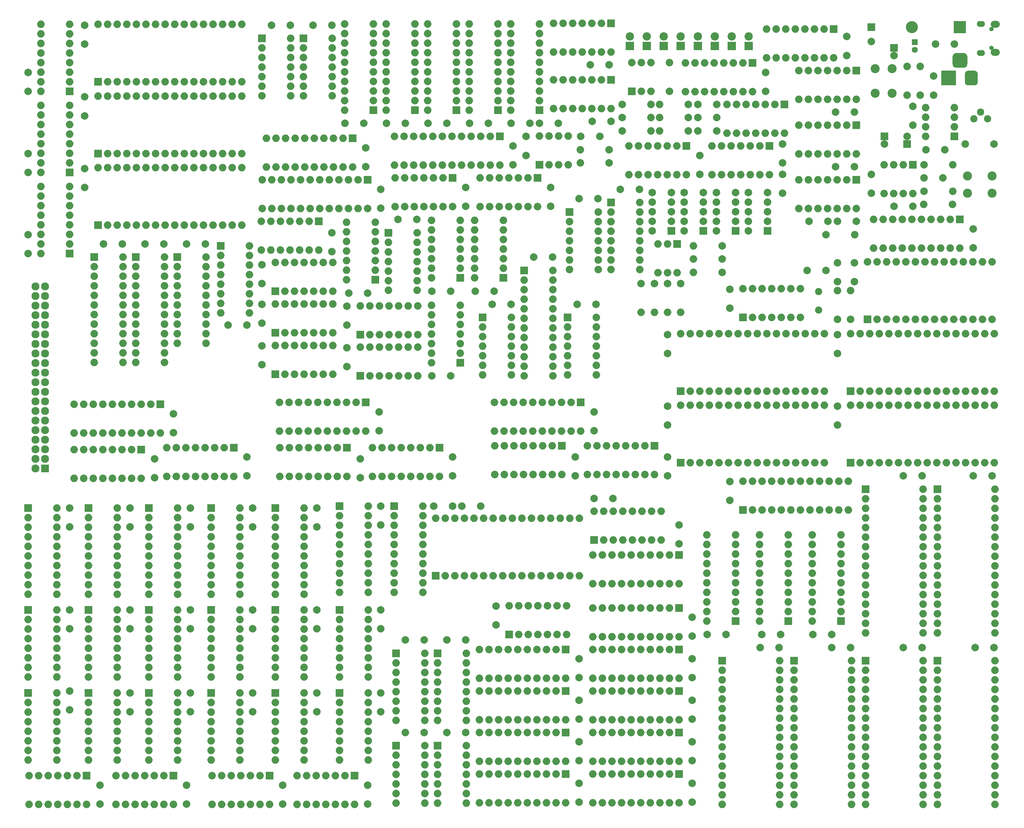
<source format=gbr>
G04 #@! TF.GenerationSoftware,KiCad,Pcbnew,(5.0.0-rc2-83-gda392728d)*
G04 #@! TF.CreationDate,2018-06-14T18:24:26+09:00*
G04 #@! TF.ProjectId,cpu,6370752E6B696361645F706362000000,rev?*
G04 #@! TF.SameCoordinates,Original*
G04 #@! TF.FileFunction,Soldermask,Bot*
G04 #@! TF.FilePolarity,Negative*
%FSLAX46Y46*%
G04 Gerber Fmt 4.6, Leading zero omitted, Abs format (unit mm)*
G04 Created by KiCad (PCBNEW (5.0.0-rc2-83-gda392728d)) date 06/14/18 18:24:26*
%MOMM*%
%LPD*%
G01*
G04 APERTURE LIST*
%ADD10C,2.000000*%
%ADD11R,2.000000X2.000000*%
%ADD12O,2.000000X2.000000*%
%ADD13C,2.400000*%
%ADD14C,1.900000*%
%ADD15C,2.200000*%
%ADD16R,2.200000X2.200000*%
%ADD17O,2.400000X1.850000*%
%ADD18O,2.200000X1.550000*%
%ADD19O,1.200000X1.200000*%
%ADD20R,3.200000X3.200000*%
%ADD21O,3.200000X3.200000*%
%ADD22R,2.127200X2.127200*%
%ADD23O,2.127200X2.127200*%
%ADD24C,1.924000*%
%ADD25R,3.900000X3.900000*%
%ADD26C,0.100000*%
%ADD27C,3.400000*%
%ADD28C,3.900000*%
%ADD29R,1.600000X1.600000*%
%ADD30C,1.600000*%
G04 APERTURE END LIST*
D10*
G04 #@! TO.C,C83*
X240000000Y-167500000D03*
X235000000Y-167500000D03*
G04 #@! TD*
D11*
G04 #@! TO.C,U21-LM555*
X138500000Y-39500000D03*
D12*
X146120000Y-31880000D03*
X141040000Y-39500000D03*
X143580000Y-31880000D03*
X143580000Y-39500000D03*
X141040000Y-31880000D03*
X146120000Y-39500000D03*
X138500000Y-31880000D03*
G04 #@! TD*
G04 #@! TO.C,R1*
X248120000Y-39500000D03*
D10*
X240500000Y-39500000D03*
G04 #@! TD*
G04 #@! TO.C,R3*
X259000000Y-34000000D03*
D12*
X251380000Y-34000000D03*
G04 #@! TD*
D10*
G04 #@! TO.C,R4*
X160500000Y-30500000D03*
D12*
X168120000Y-30500000D03*
G04 #@! TD*
D10*
G04 #@! TO.C,R5*
X160500000Y-27000000D03*
D12*
X168120000Y-27000000D03*
G04 #@! TD*
D10*
G04 #@! TO.C,R6*
X178000000Y-30500000D03*
D12*
X170380000Y-30500000D03*
G04 #@! TD*
G04 #@! TO.C,R7*
X170380000Y-27000000D03*
D10*
X178000000Y-27000000D03*
G04 #@! TD*
G04 #@! TO.C,R8*
X178000000Y-23500000D03*
D12*
X170380000Y-23500000D03*
G04 #@! TD*
G04 #@! TO.C,R9*
X168120000Y-23500000D03*
D10*
X160500000Y-23500000D03*
G04 #@! TD*
D12*
G04 #@! TO.C,R10*
X240380000Y-50000000D03*
D10*
X248000000Y-50000000D03*
G04 #@! TD*
G04 #@! TO.C,R11*
X240500000Y-46500000D03*
D12*
X248120000Y-46500000D03*
G04 #@! TD*
D10*
G04 #@! TO.C,R12*
X221000000Y-80500000D03*
D12*
X221000000Y-72880000D03*
G04 #@! TD*
D10*
G04 #@! TO.C,R13*
X217500000Y-80500000D03*
D12*
X217500000Y-72880000D03*
G04 #@! TD*
D11*
G04 #@! TO.C,SW1*
X163000000Y-20000000D03*
D12*
X168080000Y-12380000D03*
X165540000Y-20000000D03*
X165540000Y-12380000D03*
X168080000Y-20000000D03*
X163000000Y-12380000D03*
G04 #@! TD*
D13*
G04 #@! TO.C,SW2*
X252000000Y-47000000D03*
X252000000Y-42500000D03*
X258500000Y-47000000D03*
X258500000Y-42500000D03*
G04 #@! TD*
D11*
G04 #@! TO.C,U1-LM555*
X248500000Y-32000000D03*
D12*
X240880000Y-24380000D03*
X248500000Y-29460000D03*
X240880000Y-26920000D03*
X248500000Y-26920000D03*
X240880000Y-29460000D03*
X248500000Y-24380000D03*
X240880000Y-32000000D03*
G04 #@! TD*
G04 #@! TO.C,U2-74HC14*
X203500000Y-31120000D03*
X188260000Y-23500000D03*
X200960000Y-31120000D03*
X190800000Y-23500000D03*
X198420000Y-31120000D03*
X193340000Y-23500000D03*
X195880000Y-31120000D03*
X195880000Y-23500000D03*
X193340000Y-31120000D03*
X198420000Y-23500000D03*
X190800000Y-31120000D03*
X200960000Y-23500000D03*
X188260000Y-31120000D03*
D11*
X203500000Y-23500000D03*
G04 #@! TD*
G04 #@! TO.C,U3-74151*
X216500000Y-3500000D03*
D12*
X198720000Y-11120000D03*
X213960000Y-3500000D03*
X201260000Y-11120000D03*
X211420000Y-3500000D03*
X203800000Y-11120000D03*
X208880000Y-3500000D03*
X206340000Y-11120000D03*
X206340000Y-3500000D03*
X208880000Y-11120000D03*
X203800000Y-3500000D03*
X211420000Y-11120000D03*
X201260000Y-3500000D03*
X213960000Y-11120000D03*
X198720000Y-3500000D03*
X216500000Y-11120000D03*
G04 #@! TD*
G04 #@! TO.C,U4-LM555 - Button Clock*
X237500000Y-47120000D03*
X229880000Y-39500000D03*
X234960000Y-47120000D03*
X232420000Y-39500000D03*
X232420000Y-47120000D03*
X234960000Y-39500000D03*
X229880000Y-47120000D03*
D11*
X237500000Y-39500000D03*
G04 #@! TD*
D12*
G04 #@! TO.C,U5-74HC04*
X192500000Y-72380000D03*
X207740000Y-80000000D03*
X195040000Y-72380000D03*
X205200000Y-80000000D03*
X197580000Y-72380000D03*
X202660000Y-80000000D03*
X200120000Y-72380000D03*
X200120000Y-80000000D03*
X202660000Y-72380000D03*
X197580000Y-80000000D03*
X205200000Y-72380000D03*
X195040000Y-80000000D03*
X207740000Y-72380000D03*
D11*
X192500000Y-80000000D03*
G04 #@! TD*
D14*
G04 #@! TO.C,Y1*
X212500000Y-78000000D03*
X212500000Y-73120000D03*
G04 #@! TD*
D15*
G04 #@! TO.C,D1*
X194000000Y-5460000D03*
D16*
X194000000Y-8000000D03*
G04 #@! TD*
G04 #@! TO.C,D2*
X189500000Y-8000000D03*
D15*
X189500000Y-5460000D03*
G04 #@! TD*
G04 #@! TO.C,D3*
X185000000Y-5460000D03*
D16*
X185000000Y-8000000D03*
G04 #@! TD*
G04 #@! TO.C,D4*
X180500000Y-8000000D03*
D15*
X180500000Y-5460000D03*
G04 #@! TD*
G04 #@! TO.C,D5*
X176000000Y-5460000D03*
D16*
X176000000Y-8000000D03*
G04 #@! TD*
D15*
G04 #@! TO.C,D6*
X171500000Y-5460000D03*
D16*
X171500000Y-8000000D03*
G04 #@! TD*
G04 #@! TO.C,D7*
X167000000Y-8000000D03*
D15*
X167000000Y-5460000D03*
G04 #@! TD*
D16*
G04 #@! TO.C,D8*
X162500000Y-8000000D03*
D15*
X162500000Y-5460000D03*
G04 #@! TD*
D10*
G04 #@! TO.C,R14*
X173000000Y-20000000D03*
D12*
X173000000Y-12380000D03*
G04 #@! TD*
G04 #@! TO.C,U6-74LS138*
X195000000Y-20120000D03*
X177220000Y-12500000D03*
X192460000Y-20120000D03*
X179760000Y-12500000D03*
X189920000Y-20120000D03*
X182300000Y-12500000D03*
X187380000Y-20120000D03*
X184840000Y-12500000D03*
X184840000Y-20120000D03*
X187380000Y-12500000D03*
X182300000Y-20120000D03*
X189920000Y-12500000D03*
X179760000Y-20120000D03*
X192460000Y-12500000D03*
X177220000Y-20120000D03*
D11*
X195000000Y-12500000D03*
G04 #@! TD*
D10*
G04 #@! TO.C,R15*
X239500000Y-21000000D03*
D12*
X239500000Y-13380000D03*
G04 #@! TD*
G04 #@! TO.C,R16*
X236000000Y-13380000D03*
D10*
X236000000Y-21000000D03*
G04 #@! TD*
D11*
G04 #@! TO.C,U7-74HC245*
X116500000Y-25000000D03*
D12*
X108880000Y-2140000D03*
X116500000Y-22460000D03*
X108880000Y-4680000D03*
X116500000Y-19920000D03*
X108880000Y-7220000D03*
X116500000Y-17380000D03*
X108880000Y-9760000D03*
X116500000Y-14840000D03*
X108880000Y-12300000D03*
X116500000Y-12300000D03*
X108880000Y-14840000D03*
X116500000Y-9760000D03*
X108880000Y-17380000D03*
X116500000Y-7220000D03*
X108880000Y-19920000D03*
X116500000Y-4680000D03*
X108880000Y-22460000D03*
X116500000Y-2140000D03*
X108880000Y-25000000D03*
G04 #@! TD*
D11*
G04 #@! TO.C,U8-74HCT574*
X145500000Y-168000000D03*
D12*
X122640000Y-175620000D03*
X142960000Y-168000000D03*
X125180000Y-175620000D03*
X140420000Y-168000000D03*
X127720000Y-175620000D03*
X137880000Y-168000000D03*
X130260000Y-175620000D03*
X135340000Y-168000000D03*
X132800000Y-175620000D03*
X132800000Y-168000000D03*
X135340000Y-175620000D03*
X130260000Y-168000000D03*
X137880000Y-175620000D03*
X127720000Y-168000000D03*
X140420000Y-175620000D03*
X125180000Y-168000000D03*
X142960000Y-175620000D03*
X122640000Y-168000000D03*
X145500000Y-175620000D03*
G04 #@! TD*
G04 #@! TO.C,U10-74HCT574*
X145500000Y-197620000D03*
X122640000Y-190000000D03*
X142960000Y-197620000D03*
X125180000Y-190000000D03*
X140420000Y-197620000D03*
X127720000Y-190000000D03*
X137880000Y-197620000D03*
X130260000Y-190000000D03*
X135340000Y-197620000D03*
X132800000Y-190000000D03*
X132800000Y-197620000D03*
X135340000Y-190000000D03*
X130260000Y-197620000D03*
X137880000Y-190000000D03*
X127720000Y-197620000D03*
X140420000Y-190000000D03*
X125180000Y-197620000D03*
X142960000Y-190000000D03*
X122640000Y-197620000D03*
D11*
X145500000Y-190000000D03*
G04 #@! TD*
D12*
G04 #@! TO.C,U12-74HCT574*
X175500000Y-164620000D03*
X152640000Y-157000000D03*
X172960000Y-164620000D03*
X155180000Y-157000000D03*
X170420000Y-164620000D03*
X157720000Y-157000000D03*
X167880000Y-164620000D03*
X160260000Y-157000000D03*
X165340000Y-164620000D03*
X162800000Y-157000000D03*
X162800000Y-164620000D03*
X165340000Y-157000000D03*
X160260000Y-164620000D03*
X167880000Y-157000000D03*
X157720000Y-164620000D03*
X170420000Y-157000000D03*
X155180000Y-164620000D03*
X172960000Y-157000000D03*
X152640000Y-164620000D03*
D11*
X175500000Y-157000000D03*
G04 #@! TD*
G04 #@! TO.C,U14-74HCT574*
X175500000Y-168000000D03*
D12*
X152640000Y-175620000D03*
X172960000Y-168000000D03*
X155180000Y-175620000D03*
X170420000Y-168000000D03*
X157720000Y-175620000D03*
X167880000Y-168000000D03*
X160260000Y-175620000D03*
X165340000Y-168000000D03*
X162800000Y-175620000D03*
X162800000Y-168000000D03*
X165340000Y-175620000D03*
X160260000Y-168000000D03*
X167880000Y-175620000D03*
X157720000Y-168000000D03*
X170420000Y-175620000D03*
X155180000Y-168000000D03*
X172960000Y-175620000D03*
X152640000Y-168000000D03*
X175500000Y-175620000D03*
G04 #@! TD*
D11*
G04 #@! TO.C,U16-74HCT574*
X175500000Y-179000000D03*
D12*
X152640000Y-186620000D03*
X172960000Y-179000000D03*
X155180000Y-186620000D03*
X170420000Y-179000000D03*
X157720000Y-186620000D03*
X167880000Y-179000000D03*
X160260000Y-186620000D03*
X165340000Y-179000000D03*
X162800000Y-186620000D03*
X162800000Y-179000000D03*
X165340000Y-186620000D03*
X160260000Y-179000000D03*
X167880000Y-186620000D03*
X157720000Y-179000000D03*
X170420000Y-186620000D03*
X155180000Y-179000000D03*
X172960000Y-186620000D03*
X152640000Y-179000000D03*
X175500000Y-186620000D03*
G04 #@! TD*
D17*
G04 #@! TO.C,J1*
X259350000Y-2275000D03*
X259350000Y-9725000D03*
D18*
X255550000Y-2125000D03*
X255550000Y-9875000D03*
D19*
X258300000Y-3500000D03*
X258300000Y-8500000D03*
G04 #@! TD*
D11*
G04 #@! TO.C,U18-74HCT574*
X175500000Y-190000000D03*
D12*
X152640000Y-197620000D03*
X172960000Y-190000000D03*
X155180000Y-197620000D03*
X170420000Y-190000000D03*
X157720000Y-197620000D03*
X167880000Y-190000000D03*
X160260000Y-197620000D03*
X165340000Y-190000000D03*
X162800000Y-197620000D03*
X162800000Y-190000000D03*
X165340000Y-197620000D03*
X160260000Y-190000000D03*
X167880000Y-197620000D03*
X157720000Y-190000000D03*
X170420000Y-197620000D03*
X155180000Y-190000000D03*
X172960000Y-197620000D03*
X152640000Y-190000000D03*
X175500000Y-197620000D03*
G04 #@! TD*
G04 #@! TO.C,U9-74HC245*
X145500000Y-186620000D03*
X122640000Y-179000000D03*
X142960000Y-186620000D03*
X125180000Y-179000000D03*
X140420000Y-186620000D03*
X127720000Y-179000000D03*
X137880000Y-186620000D03*
X130260000Y-179000000D03*
X135340000Y-186620000D03*
X132800000Y-179000000D03*
X132800000Y-186620000D03*
X135340000Y-179000000D03*
X130260000Y-186620000D03*
X137880000Y-179000000D03*
X127720000Y-186620000D03*
X140420000Y-179000000D03*
X125180000Y-186620000D03*
X142960000Y-179000000D03*
X122640000Y-186620000D03*
D11*
X145500000Y-179000000D03*
G04 #@! TD*
G04 #@! TO.C,U11-74HC245*
X145500000Y-201000000D03*
D12*
X122640000Y-208620000D03*
X142960000Y-201000000D03*
X125180000Y-208620000D03*
X140420000Y-201000000D03*
X127720000Y-208620000D03*
X137880000Y-201000000D03*
X130260000Y-208620000D03*
X135340000Y-201000000D03*
X132800000Y-208620000D03*
X132800000Y-201000000D03*
X135340000Y-208620000D03*
X130260000Y-201000000D03*
X137880000Y-208620000D03*
X127720000Y-201000000D03*
X140420000Y-208620000D03*
X125180000Y-201000000D03*
X142960000Y-208620000D03*
X122640000Y-201000000D03*
X145500000Y-208620000D03*
G04 #@! TD*
D11*
G04 #@! TO.C,U13-74HC86*
X111500000Y-193500000D03*
D12*
X119120000Y-208740000D03*
X111500000Y-196040000D03*
X119120000Y-206200000D03*
X111500000Y-198580000D03*
X119120000Y-203660000D03*
X111500000Y-201120000D03*
X119120000Y-201120000D03*
X111500000Y-203660000D03*
X119120000Y-198580000D03*
X111500000Y-206200000D03*
X119120000Y-196040000D03*
X111500000Y-208740000D03*
X119120000Y-193500000D03*
G04 #@! TD*
D11*
G04 #@! TO.C,U15-74HC86*
X100500000Y-193500000D03*
D12*
X108120000Y-208740000D03*
X100500000Y-196040000D03*
X108120000Y-206200000D03*
X100500000Y-198580000D03*
X108120000Y-203660000D03*
X100500000Y-201120000D03*
X108120000Y-201120000D03*
X100500000Y-203660000D03*
X108120000Y-198580000D03*
X100500000Y-206200000D03*
X108120000Y-196040000D03*
X100500000Y-208740000D03*
X108120000Y-193500000D03*
G04 #@! TD*
G04 #@! TO.C,U17-74LS283*
X119120000Y-169000000D03*
X111500000Y-186780000D03*
X119120000Y-171540000D03*
X111500000Y-184240000D03*
X119120000Y-174080000D03*
X111500000Y-181700000D03*
X119120000Y-176620000D03*
X111500000Y-179160000D03*
X119120000Y-179160000D03*
X111500000Y-176620000D03*
X119120000Y-181700000D03*
X111500000Y-174080000D03*
X119120000Y-184240000D03*
X111500000Y-171540000D03*
X119120000Y-186780000D03*
D11*
X111500000Y-169000000D03*
G04 #@! TD*
G04 #@! TO.C,U19-74LS283*
X100500000Y-169000000D03*
D12*
X108120000Y-186780000D03*
X100500000Y-171540000D03*
X108120000Y-184240000D03*
X100500000Y-174080000D03*
X108120000Y-181700000D03*
X100500000Y-176620000D03*
X108120000Y-179160000D03*
X100500000Y-179160000D03*
X108120000Y-176620000D03*
X100500000Y-181700000D03*
X108120000Y-174080000D03*
X100500000Y-184240000D03*
X108120000Y-171540000D03*
X100500000Y-186780000D03*
X108120000Y-169000000D03*
G04 #@! TD*
D11*
G04 #@! TO.C,U20-74HC245*
X100000000Y-130000000D03*
D12*
X107620000Y-152860000D03*
X100000000Y-132540000D03*
X107620000Y-150320000D03*
X100000000Y-135080000D03*
X107620000Y-147780000D03*
X100000000Y-137620000D03*
X107620000Y-145240000D03*
X100000000Y-140160000D03*
X107620000Y-142700000D03*
X100000000Y-142700000D03*
X107620000Y-140160000D03*
X100000000Y-145240000D03*
X107620000Y-137620000D03*
X100000000Y-147780000D03*
X107620000Y-135080000D03*
X100000000Y-150320000D03*
X107620000Y-132540000D03*
X100000000Y-152860000D03*
X107620000Y-130000000D03*
G04 #@! TD*
G04 #@! TO.C,R31*
X149380000Y-35500000D03*
D10*
X157000000Y-35500000D03*
G04 #@! TD*
G04 #@! TO.C,R32*
X157000000Y-39000000D03*
D12*
X149380000Y-39000000D03*
G04 #@! TD*
D10*
G04 #@! TO.C,R33*
X176000000Y-71000000D03*
D12*
X176000000Y-78620000D03*
G04 #@! TD*
G04 #@! TO.C,R34*
X172500000Y-78620000D03*
D10*
X172500000Y-71000000D03*
G04 #@! TD*
G04 #@! TO.C,R35*
X169000000Y-71000000D03*
D12*
X169000000Y-78620000D03*
G04 #@! TD*
D11*
G04 #@! TO.C,SW5*
X175000000Y-60500000D03*
D12*
X169920000Y-68120000D03*
X172460000Y-60500000D03*
X172460000Y-68120000D03*
X169920000Y-60500000D03*
X175000000Y-68120000D03*
G04 #@! TD*
D11*
G04 #@! TO.C,U22-74LS107*
X146500000Y-52000000D03*
D12*
X154120000Y-67240000D03*
X146500000Y-54540000D03*
X154120000Y-64700000D03*
X146500000Y-57080000D03*
X154120000Y-62160000D03*
X146500000Y-59620000D03*
X154120000Y-59620000D03*
X146500000Y-62160000D03*
X154120000Y-57080000D03*
X146500000Y-64700000D03*
X154120000Y-54540000D03*
X146500000Y-67240000D03*
X154120000Y-52000000D03*
G04 #@! TD*
D11*
G04 #@! TO.C,U23-74LS139*
X157500000Y-49500000D03*
D12*
X165120000Y-67280000D03*
X157500000Y-52040000D03*
X165120000Y-64740000D03*
X157500000Y-54580000D03*
X165120000Y-62200000D03*
X157500000Y-57120000D03*
X165120000Y-59660000D03*
X157500000Y-59660000D03*
X165120000Y-57120000D03*
X157500000Y-62200000D03*
X165120000Y-54580000D03*
X157500000Y-64740000D03*
X165120000Y-52040000D03*
X157500000Y-67280000D03*
X165120000Y-49500000D03*
G04 #@! TD*
D11*
G04 #@! TO.C,U24-AT28C64B*
X225500000Y-80500000D03*
D12*
X258520000Y-65260000D03*
X228040000Y-80500000D03*
X255980000Y-65260000D03*
X230580000Y-80500000D03*
X253440000Y-65260000D03*
X233120000Y-80500000D03*
X250900000Y-65260000D03*
X235660000Y-80500000D03*
X248360000Y-65260000D03*
X238200000Y-80500000D03*
X245820000Y-65260000D03*
X240740000Y-80500000D03*
X243280000Y-65260000D03*
X243280000Y-80500000D03*
X240740000Y-65260000D03*
X245820000Y-80500000D03*
X238200000Y-65260000D03*
X248360000Y-80500000D03*
X235660000Y-65260000D03*
X250900000Y-80500000D03*
X233120000Y-65260000D03*
X253440000Y-80500000D03*
X230580000Y-65260000D03*
X255980000Y-80500000D03*
X228040000Y-65260000D03*
X258520000Y-80500000D03*
X225500000Y-65260000D03*
G04 #@! TD*
D11*
G04 #@! TO.C,U25-HDSP-7803*
X173500000Y-57000000D03*
D10*
X173500000Y-54460000D03*
X173500000Y-51920000D03*
X173500000Y-49380000D03*
X173500000Y-46840000D03*
X168420000Y-46840000D03*
X168420000Y-49380000D03*
X168420000Y-51920000D03*
X168420000Y-54460000D03*
X168420000Y-57000000D03*
G04 #@! TD*
G04 #@! TO.C,U26-HDSP-7803*
X176920000Y-57000000D03*
X176920000Y-54460000D03*
X176920000Y-51920000D03*
X176920000Y-49380000D03*
X176920000Y-46840000D03*
X182000000Y-46840000D03*
X182000000Y-49380000D03*
X182000000Y-51920000D03*
X182000000Y-54460000D03*
D11*
X182000000Y-57000000D03*
G04 #@! TD*
G04 #@! TO.C,U27-HDSP-7803*
X190500000Y-57000000D03*
D10*
X190500000Y-54460000D03*
X190500000Y-51920000D03*
X190500000Y-49380000D03*
X190500000Y-46840000D03*
X185420000Y-46840000D03*
X185420000Y-49380000D03*
X185420000Y-51920000D03*
X185420000Y-54460000D03*
X185420000Y-57000000D03*
G04 #@! TD*
G04 #@! TO.C,U28-HDSP-7803*
X193920000Y-57000000D03*
X193920000Y-54460000D03*
X193920000Y-51920000D03*
X193920000Y-49380000D03*
X193920000Y-46840000D03*
X199000000Y-46840000D03*
X199000000Y-49380000D03*
X199000000Y-51920000D03*
X199000000Y-54460000D03*
D11*
X199000000Y-57000000D03*
G04 #@! TD*
D12*
G04 #@! TO.C,U29-74HCT574*
X250000000Y-61620000D03*
X227140000Y-54000000D03*
X247460000Y-61620000D03*
X229680000Y-54000000D03*
X244920000Y-61620000D03*
X232220000Y-54000000D03*
X242380000Y-61620000D03*
X234760000Y-54000000D03*
X239840000Y-61620000D03*
X237300000Y-54000000D03*
X237300000Y-61620000D03*
X239840000Y-54000000D03*
X234760000Y-61620000D03*
X242380000Y-54000000D03*
X232220000Y-61620000D03*
X244920000Y-54000000D03*
X229680000Y-61620000D03*
X247460000Y-54000000D03*
X227140000Y-61620000D03*
D11*
X250000000Y-54000000D03*
G04 #@! TD*
D10*
G04 #@! TO.C,R36*
X165500000Y-71000000D03*
D12*
X165500000Y-78620000D03*
G04 #@! TD*
G04 #@! TO.C,R37*
X179380000Y-68000000D03*
D10*
X187000000Y-68000000D03*
G04 #@! TD*
G04 #@! TO.C,R38*
X187000000Y-64500000D03*
D12*
X179380000Y-64500000D03*
G04 #@! TD*
G04 #@! TO.C,R39*
X179380000Y-61000000D03*
D10*
X187000000Y-61000000D03*
G04 #@! TD*
G04 #@! TO.C,R40*
X214500000Y-58000000D03*
D12*
X222120000Y-58000000D03*
G04 #@! TD*
D11*
G04 #@! TO.C,U30-74HC86*
X199500000Y-34500000D03*
D12*
X184260000Y-42120000D03*
X196960000Y-34500000D03*
X186800000Y-42120000D03*
X194420000Y-34500000D03*
X189340000Y-42120000D03*
X191880000Y-34500000D03*
X191880000Y-42120000D03*
X189340000Y-34500000D03*
X194420000Y-42120000D03*
X186800000Y-34500000D03*
X196960000Y-42120000D03*
X184260000Y-34500000D03*
X199500000Y-42120000D03*
G04 #@! TD*
D11*
G04 #@! TO.C,U32-74LS107*
X222500000Y-14500000D03*
D12*
X207260000Y-22120000D03*
X219960000Y-14500000D03*
X209800000Y-22120000D03*
X217420000Y-14500000D03*
X212340000Y-22120000D03*
X214880000Y-14500000D03*
X214880000Y-22120000D03*
X212340000Y-14500000D03*
X217420000Y-22120000D03*
X209800000Y-14500000D03*
X219960000Y-22120000D03*
X207260000Y-14500000D03*
X222500000Y-22120000D03*
G04 #@! TD*
G04 #@! TO.C,U33-74LS08*
X177500000Y-42120000D03*
X162260000Y-34500000D03*
X174960000Y-42120000D03*
X164800000Y-34500000D03*
X172420000Y-42120000D03*
X167340000Y-34500000D03*
X169880000Y-42120000D03*
X169880000Y-34500000D03*
X167340000Y-42120000D03*
X172420000Y-34500000D03*
X164800000Y-42120000D03*
X174960000Y-34500000D03*
X162260000Y-42120000D03*
D11*
X177500000Y-34500000D03*
G04 #@! TD*
G04 #@! TO.C,U34-74LS107*
X222500000Y-29000000D03*
D12*
X207260000Y-36620000D03*
X219960000Y-29000000D03*
X209800000Y-36620000D03*
X217420000Y-29000000D03*
X212340000Y-36620000D03*
X214880000Y-29000000D03*
X214880000Y-36620000D03*
X212340000Y-29000000D03*
X217420000Y-36620000D03*
X209800000Y-29000000D03*
X219960000Y-36620000D03*
X207260000Y-29000000D03*
X222500000Y-36620000D03*
G04 #@! TD*
G04 #@! TO.C,U35-74LS107*
X222500000Y-51120000D03*
X207260000Y-43500000D03*
X219960000Y-51120000D03*
X209800000Y-43500000D03*
X217420000Y-51120000D03*
X212340000Y-43500000D03*
X214880000Y-51120000D03*
X214880000Y-43500000D03*
X212340000Y-51120000D03*
X217420000Y-43500000D03*
X209800000Y-51120000D03*
X219960000Y-43500000D03*
X207260000Y-51120000D03*
D11*
X222500000Y-43500000D03*
G04 #@! TD*
G04 #@! TO.C,U31-SST39SF040*
X111000000Y-148500000D03*
D12*
X149100000Y-133260000D03*
X113540000Y-148500000D03*
X146560000Y-133260000D03*
X116080000Y-148500000D03*
X144020000Y-133260000D03*
X118620000Y-148500000D03*
X141480000Y-133260000D03*
X121160000Y-148500000D03*
X138940000Y-133260000D03*
X123700000Y-148500000D03*
X136400000Y-133260000D03*
X126240000Y-148500000D03*
X133860000Y-133260000D03*
X128780000Y-148500000D03*
X131320000Y-133260000D03*
X131320000Y-148500000D03*
X128780000Y-133260000D03*
X133860000Y-148500000D03*
X126240000Y-133260000D03*
X136400000Y-148500000D03*
X123700000Y-133260000D03*
X138940000Y-148500000D03*
X121160000Y-133260000D03*
X141480000Y-148500000D03*
X118620000Y-133260000D03*
X144020000Y-148500000D03*
X116080000Y-133260000D03*
X146560000Y-148500000D03*
X113540000Y-133260000D03*
X149100000Y-148500000D03*
X111000000Y-133260000D03*
G04 #@! TD*
D11*
G04 #@! TO.C,U36-74HC00*
X130500000Y-164000000D03*
D12*
X145740000Y-156380000D03*
X133040000Y-164000000D03*
X143200000Y-156380000D03*
X135580000Y-164000000D03*
X140660000Y-156380000D03*
X138120000Y-164000000D03*
X138120000Y-156380000D03*
X140660000Y-164000000D03*
X135580000Y-156380000D03*
X143200000Y-164000000D03*
X133040000Y-156380000D03*
X145740000Y-164000000D03*
X130500000Y-156380000D03*
G04 #@! TD*
D11*
G04 #@! TO.C,U37-74HC74*
X157500000Y-2000000D03*
D12*
X142260000Y-9620000D03*
X154960000Y-2000000D03*
X144800000Y-9620000D03*
X152420000Y-2000000D03*
X147340000Y-9620000D03*
X149880000Y-2000000D03*
X149880000Y-9620000D03*
X147340000Y-2000000D03*
X152420000Y-9620000D03*
X144800000Y-2000000D03*
X154960000Y-9620000D03*
X142260000Y-2000000D03*
X157500000Y-9620000D03*
G04 #@! TD*
G04 #@! TO.C,U38-74HC74*
X157500000Y-24620000D03*
X142260000Y-17000000D03*
X154960000Y-24620000D03*
X144800000Y-17000000D03*
X152420000Y-24620000D03*
X147340000Y-17000000D03*
X149880000Y-24620000D03*
X149880000Y-17000000D03*
X147340000Y-24620000D03*
X152420000Y-17000000D03*
X144800000Y-24620000D03*
X154960000Y-17000000D03*
X142260000Y-24620000D03*
D11*
X157500000Y-17000000D03*
G04 #@! TD*
G04 #@! TO.C,U39-74LS161*
X169000000Y-114000000D03*
D12*
X151220000Y-121620000D03*
X166460000Y-114000000D03*
X153760000Y-121620000D03*
X163920000Y-114000000D03*
X156300000Y-121620000D03*
X161380000Y-114000000D03*
X158840000Y-121620000D03*
X158840000Y-114000000D03*
X161380000Y-121620000D03*
X156300000Y-114000000D03*
X163920000Y-121620000D03*
X153760000Y-114000000D03*
X166460000Y-121620000D03*
X151220000Y-114000000D03*
X169000000Y-121620000D03*
G04 #@! TD*
G04 #@! TO.C,U40-74LS161*
X57500000Y-122120000D03*
X39720000Y-114500000D03*
X54960000Y-122120000D03*
X42260000Y-114500000D03*
X52420000Y-122120000D03*
X44800000Y-114500000D03*
X49880000Y-122120000D03*
X47340000Y-114500000D03*
X47340000Y-122120000D03*
X49880000Y-114500000D03*
X44800000Y-122120000D03*
X52420000Y-114500000D03*
X42260000Y-122120000D03*
X54960000Y-114500000D03*
X39720000Y-122120000D03*
D11*
X57500000Y-114500000D03*
G04 #@! TD*
D12*
G04 #@! TO.C,U41-74LS161*
X112000000Y-122120000D03*
X94220000Y-114500000D03*
X109460000Y-122120000D03*
X96760000Y-114500000D03*
X106920000Y-122120000D03*
X99300000Y-114500000D03*
X104380000Y-122120000D03*
X101840000Y-114500000D03*
X101840000Y-122120000D03*
X104380000Y-114500000D03*
X99300000Y-122120000D03*
X106920000Y-114500000D03*
X96760000Y-122120000D03*
X109460000Y-114500000D03*
X94220000Y-122120000D03*
D11*
X112000000Y-114500000D03*
G04 #@! TD*
G04 #@! TO.C,U42-74LS161*
X33000000Y-115000000D03*
D12*
X15220000Y-122620000D03*
X30460000Y-115000000D03*
X17760000Y-122620000D03*
X27920000Y-115000000D03*
X20300000Y-122620000D03*
X25380000Y-115000000D03*
X22840000Y-122620000D03*
X22840000Y-115000000D03*
X25380000Y-122620000D03*
X20300000Y-115000000D03*
X27920000Y-122620000D03*
X17760000Y-115000000D03*
X30460000Y-122620000D03*
X15220000Y-115000000D03*
X33000000Y-122620000D03*
G04 #@! TD*
D11*
G04 #@! TO.C,U43-74LS161*
X87500000Y-114500000D03*
D12*
X69720000Y-122120000D03*
X84960000Y-114500000D03*
X72260000Y-122120000D03*
X82420000Y-114500000D03*
X74800000Y-122120000D03*
X79880000Y-114500000D03*
X77340000Y-122120000D03*
X77340000Y-114500000D03*
X79880000Y-122120000D03*
X74800000Y-114500000D03*
X82420000Y-122120000D03*
X72260000Y-114500000D03*
X84960000Y-122120000D03*
X69720000Y-114500000D03*
X87500000Y-122120000D03*
G04 #@! TD*
G04 #@! TO.C,U44-74LS161*
X144500000Y-121620000D03*
X126720000Y-114000000D03*
X141960000Y-121620000D03*
X129260000Y-114000000D03*
X139420000Y-121620000D03*
X131800000Y-114000000D03*
X136880000Y-121620000D03*
X134340000Y-114000000D03*
X134340000Y-121620000D03*
X136880000Y-114000000D03*
X131800000Y-121620000D03*
X139420000Y-114000000D03*
X129260000Y-121620000D03*
X141960000Y-114000000D03*
X126720000Y-121620000D03*
D11*
X144500000Y-114000000D03*
G04 #@! TD*
G04 #@! TO.C,U45-74HC245*
X38000000Y-103000000D03*
D12*
X15140000Y-110620000D03*
X35460000Y-103000000D03*
X17680000Y-110620000D03*
X32920000Y-103000000D03*
X20220000Y-110620000D03*
X30380000Y-103000000D03*
X22760000Y-110620000D03*
X27840000Y-103000000D03*
X25300000Y-110620000D03*
X25300000Y-103000000D03*
X27840000Y-110620000D03*
X22760000Y-103000000D03*
X30380000Y-110620000D03*
X20220000Y-103000000D03*
X32920000Y-110620000D03*
X17680000Y-103000000D03*
X35460000Y-110620000D03*
X15140000Y-103000000D03*
X38000000Y-110620000D03*
G04 #@! TD*
G04 #@! TO.C,U46-74HC245*
X92500000Y-110120000D03*
X69640000Y-102500000D03*
X89960000Y-110120000D03*
X72180000Y-102500000D03*
X87420000Y-110120000D03*
X74720000Y-102500000D03*
X84880000Y-110120000D03*
X77260000Y-102500000D03*
X82340000Y-110120000D03*
X79800000Y-102500000D03*
X79800000Y-110120000D03*
X82340000Y-102500000D03*
X77260000Y-110120000D03*
X84880000Y-102500000D03*
X74720000Y-110120000D03*
X87420000Y-102500000D03*
X72180000Y-110120000D03*
X89960000Y-102500000D03*
X69640000Y-110120000D03*
D11*
X92500000Y-102500000D03*
G04 #@! TD*
G04 #@! TO.C,U47-74HC245*
X149500000Y-102500000D03*
D12*
X126640000Y-110120000D03*
X146960000Y-102500000D03*
X129180000Y-110120000D03*
X144420000Y-102500000D03*
X131720000Y-110120000D03*
X141880000Y-102500000D03*
X134260000Y-110120000D03*
X139340000Y-102500000D03*
X136800000Y-110120000D03*
X136800000Y-102500000D03*
X139340000Y-110120000D03*
X134260000Y-102500000D03*
X141880000Y-110120000D03*
X131720000Y-102500000D03*
X144420000Y-110120000D03*
X129180000Y-102500000D03*
X146960000Y-110120000D03*
X126640000Y-102500000D03*
X149500000Y-110120000D03*
G04 #@! TD*
D11*
G04 #@! TO.C,U48-74LS191*
X85500000Y-179500000D03*
D12*
X93120000Y-197280000D03*
X85500000Y-182040000D03*
X93120000Y-194740000D03*
X85500000Y-184580000D03*
X93120000Y-192200000D03*
X85500000Y-187120000D03*
X93120000Y-189660000D03*
X85500000Y-189660000D03*
X93120000Y-187120000D03*
X85500000Y-192200000D03*
X93120000Y-184580000D03*
X85500000Y-194740000D03*
X93120000Y-182040000D03*
X85500000Y-197280000D03*
X93120000Y-179500000D03*
G04 #@! TD*
G04 #@! TO.C,U49-74LS191*
X76120000Y-179500000D03*
X68500000Y-197280000D03*
X76120000Y-182040000D03*
X68500000Y-194740000D03*
X76120000Y-184580000D03*
X68500000Y-192200000D03*
X76120000Y-187120000D03*
X68500000Y-189660000D03*
X76120000Y-189660000D03*
X68500000Y-187120000D03*
X76120000Y-192200000D03*
X68500000Y-184580000D03*
X76120000Y-194740000D03*
X68500000Y-182040000D03*
X76120000Y-197280000D03*
D11*
X68500000Y-179500000D03*
G04 #@! TD*
G04 #@! TO.C,U50-74LS191*
X51500000Y-179500000D03*
D12*
X59120000Y-197280000D03*
X51500000Y-182040000D03*
X59120000Y-194740000D03*
X51500000Y-184580000D03*
X59120000Y-192200000D03*
X51500000Y-187120000D03*
X59120000Y-189660000D03*
X51500000Y-189660000D03*
X59120000Y-187120000D03*
X51500000Y-192200000D03*
X59120000Y-184580000D03*
X51500000Y-194740000D03*
X59120000Y-182040000D03*
X51500000Y-197280000D03*
X59120000Y-179500000D03*
G04 #@! TD*
D11*
G04 #@! TO.C,U51-74LS191*
X85500000Y-157500000D03*
D12*
X93120000Y-175280000D03*
X85500000Y-160040000D03*
X93120000Y-172740000D03*
X85500000Y-162580000D03*
X93120000Y-170200000D03*
X85500000Y-165120000D03*
X93120000Y-167660000D03*
X85500000Y-167660000D03*
X93120000Y-165120000D03*
X85500000Y-170200000D03*
X93120000Y-162580000D03*
X85500000Y-172740000D03*
X93120000Y-160040000D03*
X85500000Y-175280000D03*
X93120000Y-157500000D03*
G04 #@! TD*
D11*
G04 #@! TO.C,U52-74LS191*
X68500000Y-157500000D03*
D12*
X76120000Y-175280000D03*
X68500000Y-160040000D03*
X76120000Y-172740000D03*
X68500000Y-162580000D03*
X76120000Y-170200000D03*
X68500000Y-165120000D03*
X76120000Y-167660000D03*
X68500000Y-167660000D03*
X76120000Y-165120000D03*
X68500000Y-170200000D03*
X76120000Y-162580000D03*
X68500000Y-172740000D03*
X76120000Y-160040000D03*
X68500000Y-175280000D03*
X76120000Y-157500000D03*
G04 #@! TD*
G04 #@! TO.C,U53-74LS191*
X59120000Y-157500000D03*
X51500000Y-175280000D03*
X59120000Y-160040000D03*
X51500000Y-172740000D03*
X59120000Y-162580000D03*
X51500000Y-170200000D03*
X59120000Y-165120000D03*
X51500000Y-167660000D03*
X59120000Y-167660000D03*
X51500000Y-165120000D03*
X59120000Y-170200000D03*
X51500000Y-162580000D03*
X59120000Y-172740000D03*
X51500000Y-160040000D03*
X59120000Y-175280000D03*
D11*
X51500000Y-157500000D03*
G04 #@! TD*
G04 #@! TO.C,U54-74LS08*
X67000000Y-201500000D03*
D12*
X51760000Y-209120000D03*
X64460000Y-201500000D03*
X54300000Y-209120000D03*
X61920000Y-201500000D03*
X56840000Y-209120000D03*
X59380000Y-201500000D03*
X59380000Y-209120000D03*
X56840000Y-201500000D03*
X61920000Y-209120000D03*
X54300000Y-201500000D03*
X64460000Y-209120000D03*
X51760000Y-201500000D03*
X67000000Y-209120000D03*
G04 #@! TD*
G04 #@! TO.C,U55-74HC04*
X89500000Y-209120000D03*
X74260000Y-201500000D03*
X86960000Y-209120000D03*
X76800000Y-201500000D03*
X84420000Y-209120000D03*
X79340000Y-201500000D03*
X81880000Y-209120000D03*
X81880000Y-201500000D03*
X79340000Y-209120000D03*
X84420000Y-201500000D03*
X76800000Y-209120000D03*
X86960000Y-201500000D03*
X74260000Y-209120000D03*
D11*
X89500000Y-201500000D03*
G04 #@! TD*
D12*
G04 #@! TO.C,U56-74HC245*
X93120000Y-130000000D03*
X85500000Y-152860000D03*
X93120000Y-132540000D03*
X85500000Y-150320000D03*
X93120000Y-135080000D03*
X85500000Y-147780000D03*
X93120000Y-137620000D03*
X85500000Y-145240000D03*
X93120000Y-140160000D03*
X85500000Y-142700000D03*
X93120000Y-142700000D03*
X85500000Y-140160000D03*
X93120000Y-145240000D03*
X85500000Y-137620000D03*
X93120000Y-147780000D03*
X85500000Y-135080000D03*
X93120000Y-150320000D03*
X85500000Y-132540000D03*
X93120000Y-152860000D03*
D11*
X85500000Y-130000000D03*
G04 #@! TD*
D12*
G04 #@! TO.C,U57-74HC245*
X76120000Y-130500000D03*
X68500000Y-153360000D03*
X76120000Y-133040000D03*
X68500000Y-150820000D03*
X76120000Y-135580000D03*
X68500000Y-148280000D03*
X76120000Y-138120000D03*
X68500000Y-145740000D03*
X76120000Y-140660000D03*
X68500000Y-143200000D03*
X76120000Y-143200000D03*
X68500000Y-140660000D03*
X76120000Y-145740000D03*
X68500000Y-138120000D03*
X76120000Y-148280000D03*
X68500000Y-135580000D03*
X76120000Y-150820000D03*
X68500000Y-133040000D03*
X76120000Y-153360000D03*
D11*
X68500000Y-130500000D03*
G04 #@! TD*
G04 #@! TO.C,U58-74HC245*
X51500000Y-130500000D03*
D12*
X59120000Y-153360000D03*
X51500000Y-133040000D03*
X59120000Y-150820000D03*
X51500000Y-135580000D03*
X59120000Y-148280000D03*
X51500000Y-138120000D03*
X59120000Y-145740000D03*
X51500000Y-140660000D03*
X59120000Y-143200000D03*
X51500000Y-143200000D03*
X59120000Y-140660000D03*
X51500000Y-145740000D03*
X59120000Y-138120000D03*
X51500000Y-148280000D03*
X59120000Y-135580000D03*
X51500000Y-150820000D03*
X59120000Y-133040000D03*
X51500000Y-153360000D03*
X59120000Y-130500000D03*
G04 #@! TD*
G04 #@! TO.C,U59-74LS191*
X42620000Y-179500000D03*
X35000000Y-197280000D03*
X42620000Y-182040000D03*
X35000000Y-194740000D03*
X42620000Y-184580000D03*
X35000000Y-192200000D03*
X42620000Y-187120000D03*
X35000000Y-189660000D03*
X42620000Y-189660000D03*
X35000000Y-187120000D03*
X42620000Y-192200000D03*
X35000000Y-184580000D03*
X42620000Y-194740000D03*
X35000000Y-182040000D03*
X42620000Y-197280000D03*
D11*
X35000000Y-179500000D03*
G04 #@! TD*
D12*
G04 #@! TO.C,U60-74LS191*
X26620000Y-179500000D03*
X19000000Y-197280000D03*
X26620000Y-182040000D03*
X19000000Y-194740000D03*
X26620000Y-184580000D03*
X19000000Y-192200000D03*
X26620000Y-187120000D03*
X19000000Y-189660000D03*
X26620000Y-189660000D03*
X19000000Y-187120000D03*
X26620000Y-192200000D03*
X19000000Y-184580000D03*
X26620000Y-194740000D03*
X19000000Y-182040000D03*
X26620000Y-197280000D03*
D11*
X19000000Y-179500000D03*
G04 #@! TD*
D12*
G04 #@! TO.C,U61-74LS191*
X10620000Y-179500000D03*
X3000000Y-197280000D03*
X10620000Y-182040000D03*
X3000000Y-194740000D03*
X10620000Y-184580000D03*
X3000000Y-192200000D03*
X10620000Y-187120000D03*
X3000000Y-189660000D03*
X10620000Y-189660000D03*
X3000000Y-187120000D03*
X10620000Y-192200000D03*
X3000000Y-184580000D03*
X10620000Y-194740000D03*
X3000000Y-182040000D03*
X10620000Y-197280000D03*
D11*
X3000000Y-179500000D03*
G04 #@! TD*
G04 #@! TO.C,U62-74LS191*
X35000000Y-157500000D03*
D12*
X42620000Y-175280000D03*
X35000000Y-160040000D03*
X42620000Y-172740000D03*
X35000000Y-162580000D03*
X42620000Y-170200000D03*
X35000000Y-165120000D03*
X42620000Y-167660000D03*
X35000000Y-167660000D03*
X42620000Y-165120000D03*
X35000000Y-170200000D03*
X42620000Y-162580000D03*
X35000000Y-172740000D03*
X42620000Y-160040000D03*
X35000000Y-175280000D03*
X42620000Y-157500000D03*
G04 #@! TD*
D11*
G04 #@! TO.C,U63-74LS191*
X19000000Y-157500000D03*
D12*
X26620000Y-175280000D03*
X19000000Y-160040000D03*
X26620000Y-172740000D03*
X19000000Y-162580000D03*
X26620000Y-170200000D03*
X19000000Y-165120000D03*
X26620000Y-167660000D03*
X19000000Y-167660000D03*
X26620000Y-165120000D03*
X19000000Y-170200000D03*
X26620000Y-162580000D03*
X19000000Y-172740000D03*
X26620000Y-160040000D03*
X19000000Y-175280000D03*
X26620000Y-157500000D03*
G04 #@! TD*
G04 #@! TO.C,U64-74LS191*
X10620000Y-157500000D03*
X3000000Y-175280000D03*
X10620000Y-160040000D03*
X3000000Y-172740000D03*
X10620000Y-162580000D03*
X3000000Y-170200000D03*
X10620000Y-165120000D03*
X3000000Y-167660000D03*
X10620000Y-167660000D03*
X3000000Y-165120000D03*
X10620000Y-170200000D03*
X3000000Y-162580000D03*
X10620000Y-172740000D03*
X3000000Y-160040000D03*
X10620000Y-175280000D03*
D11*
X3000000Y-157500000D03*
G04 #@! TD*
G04 #@! TO.C,U65-74LS08*
X18500000Y-201500000D03*
D12*
X3260000Y-209120000D03*
X15960000Y-201500000D03*
X5800000Y-209120000D03*
X13420000Y-201500000D03*
X8340000Y-209120000D03*
X10880000Y-201500000D03*
X10880000Y-209120000D03*
X8340000Y-201500000D03*
X13420000Y-209120000D03*
X5800000Y-201500000D03*
X15960000Y-209120000D03*
X3260000Y-201500000D03*
X18500000Y-209120000D03*
G04 #@! TD*
G04 #@! TO.C,U66-74HC04*
X41500000Y-209120000D03*
X26260000Y-201500000D03*
X38960000Y-209120000D03*
X28800000Y-201500000D03*
X36420000Y-209120000D03*
X31340000Y-201500000D03*
X33880000Y-209120000D03*
X33880000Y-201500000D03*
X31340000Y-209120000D03*
X36420000Y-201500000D03*
X28800000Y-209120000D03*
X38960000Y-201500000D03*
X26260000Y-209120000D03*
D11*
X41500000Y-201500000D03*
G04 #@! TD*
D12*
G04 #@! TO.C,U67-74HC245*
X42620000Y-130500000D03*
X35000000Y-153360000D03*
X42620000Y-133040000D03*
X35000000Y-150820000D03*
X42620000Y-135580000D03*
X35000000Y-148280000D03*
X42620000Y-138120000D03*
X35000000Y-145740000D03*
X42620000Y-140660000D03*
X35000000Y-143200000D03*
X42620000Y-143200000D03*
X35000000Y-140660000D03*
X42620000Y-145740000D03*
X35000000Y-138120000D03*
X42620000Y-148280000D03*
X35000000Y-135580000D03*
X42620000Y-150820000D03*
X35000000Y-133040000D03*
X42620000Y-153360000D03*
D11*
X35000000Y-130500000D03*
G04 #@! TD*
G04 #@! TO.C,U68-74HC245*
X19000000Y-130500000D03*
D12*
X26620000Y-153360000D03*
X19000000Y-133040000D03*
X26620000Y-150820000D03*
X19000000Y-135580000D03*
X26620000Y-148280000D03*
X19000000Y-138120000D03*
X26620000Y-145740000D03*
X19000000Y-140660000D03*
X26620000Y-143200000D03*
X19000000Y-143200000D03*
X26620000Y-140660000D03*
X19000000Y-145740000D03*
X26620000Y-138120000D03*
X19000000Y-148280000D03*
X26620000Y-135580000D03*
X19000000Y-150820000D03*
X26620000Y-133040000D03*
X19000000Y-153360000D03*
X26620000Y-130500000D03*
G04 #@! TD*
D11*
G04 #@! TO.C,U69-74HC245*
X3000000Y-130500000D03*
D12*
X10620000Y-153360000D03*
X3000000Y-133040000D03*
X10620000Y-150820000D03*
X3000000Y-135580000D03*
X10620000Y-148280000D03*
X3000000Y-138120000D03*
X10620000Y-145740000D03*
X3000000Y-140660000D03*
X10620000Y-143200000D03*
X3000000Y-143200000D03*
X10620000Y-140660000D03*
X3000000Y-145740000D03*
X10620000Y-138120000D03*
X3000000Y-148280000D03*
X10620000Y-135580000D03*
X3000000Y-150820000D03*
X10620000Y-133040000D03*
X3000000Y-153360000D03*
X10620000Y-130500000D03*
G04 #@! TD*
G04 #@! TO.C,U70-74LS154*
X192500000Y-123380000D03*
X220440000Y-131000000D03*
X195040000Y-123380000D03*
X217900000Y-131000000D03*
X197580000Y-123380000D03*
X215360000Y-131000000D03*
X200120000Y-123380000D03*
X212820000Y-131000000D03*
X202660000Y-123380000D03*
X210280000Y-131000000D03*
X205200000Y-123380000D03*
X207740000Y-131000000D03*
X207740000Y-123380000D03*
X205200000Y-131000000D03*
X210280000Y-123380000D03*
X202660000Y-131000000D03*
X212820000Y-123380000D03*
X200120000Y-131000000D03*
X215360000Y-123380000D03*
X197580000Y-131000000D03*
X217900000Y-123380000D03*
X195040000Y-131000000D03*
X220440000Y-123380000D03*
D11*
X192500000Y-131000000D03*
G04 #@! TD*
D12*
G04 #@! TO.C,U71-SST39SF040*
X221240000Y-171000000D03*
X206000000Y-209100000D03*
X221240000Y-173540000D03*
X206000000Y-206560000D03*
X221240000Y-176080000D03*
X206000000Y-204020000D03*
X221240000Y-178620000D03*
X206000000Y-201480000D03*
X221240000Y-181160000D03*
X206000000Y-198940000D03*
X221240000Y-183700000D03*
X206000000Y-196400000D03*
X221240000Y-186240000D03*
X206000000Y-193860000D03*
X221240000Y-188780000D03*
X206000000Y-191320000D03*
X221240000Y-191320000D03*
X206000000Y-188780000D03*
X221240000Y-193860000D03*
X206000000Y-186240000D03*
X221240000Y-196400000D03*
X206000000Y-183700000D03*
X221240000Y-198940000D03*
X206000000Y-181160000D03*
X221240000Y-201480000D03*
X206000000Y-178620000D03*
X221240000Y-204020000D03*
X206000000Y-176080000D03*
X221240000Y-206560000D03*
X206000000Y-173540000D03*
X221240000Y-209100000D03*
D11*
X206000000Y-171000000D03*
G04 #@! TD*
G04 #@! TO.C,U72-628128*
X225000000Y-125500000D03*
D12*
X240240000Y-163600000D03*
X225000000Y-128040000D03*
X240240000Y-161060000D03*
X225000000Y-130580000D03*
X240240000Y-158520000D03*
X225000000Y-133120000D03*
X240240000Y-155980000D03*
X225000000Y-135660000D03*
X240240000Y-153440000D03*
X225000000Y-138200000D03*
X240240000Y-150900000D03*
X225000000Y-140740000D03*
X240240000Y-148360000D03*
X225000000Y-143280000D03*
X240240000Y-145820000D03*
X225000000Y-145820000D03*
X240240000Y-143280000D03*
X225000000Y-148360000D03*
X240240000Y-140740000D03*
X225000000Y-150900000D03*
X240240000Y-138200000D03*
X225000000Y-153440000D03*
X240240000Y-135660000D03*
X225000000Y-155980000D03*
X240240000Y-133120000D03*
X225000000Y-158520000D03*
X240240000Y-130580000D03*
X225000000Y-161060000D03*
X240240000Y-128040000D03*
X225000000Y-163600000D03*
X240240000Y-125500000D03*
G04 #@! TD*
D11*
G04 #@! TO.C,U73-628128*
X244000000Y-125500000D03*
D12*
X259240000Y-163600000D03*
X244000000Y-128040000D03*
X259240000Y-161060000D03*
X244000000Y-130580000D03*
X259240000Y-158520000D03*
X244000000Y-133120000D03*
X259240000Y-155980000D03*
X244000000Y-135660000D03*
X259240000Y-153440000D03*
X244000000Y-138200000D03*
X259240000Y-150900000D03*
X244000000Y-140740000D03*
X259240000Y-148360000D03*
X244000000Y-143280000D03*
X259240000Y-145820000D03*
X244000000Y-145820000D03*
X259240000Y-143280000D03*
X244000000Y-148360000D03*
X259240000Y-140740000D03*
X244000000Y-150900000D03*
X259240000Y-138200000D03*
X244000000Y-153440000D03*
X259240000Y-135660000D03*
X244000000Y-155980000D03*
X259240000Y-133120000D03*
X244000000Y-158520000D03*
X259240000Y-130580000D03*
X244000000Y-161060000D03*
X259240000Y-128040000D03*
X244000000Y-163600000D03*
X259240000Y-125500000D03*
G04 #@! TD*
G04 #@! TO.C,U74-628128*
X176000000Y-103260000D03*
X214100000Y-118500000D03*
X178540000Y-103260000D03*
X211560000Y-118500000D03*
X181080000Y-103260000D03*
X209020000Y-118500000D03*
X183620000Y-103260000D03*
X206480000Y-118500000D03*
X186160000Y-103260000D03*
X203940000Y-118500000D03*
X188700000Y-103260000D03*
X201400000Y-118500000D03*
X191240000Y-103260000D03*
X198860000Y-118500000D03*
X193780000Y-103260000D03*
X196320000Y-118500000D03*
X196320000Y-103260000D03*
X193780000Y-118500000D03*
X198860000Y-103260000D03*
X191240000Y-118500000D03*
X201400000Y-103260000D03*
X188700000Y-118500000D03*
X203940000Y-103260000D03*
X186160000Y-118500000D03*
X206480000Y-103260000D03*
X183620000Y-118500000D03*
X209020000Y-103260000D03*
X181080000Y-118500000D03*
X211560000Y-103260000D03*
X178540000Y-118500000D03*
X214100000Y-103260000D03*
D11*
X176000000Y-118500000D03*
G04 #@! TD*
D12*
G04 #@! TO.C,U75-628128*
X176000000Y-84260000D03*
X214100000Y-99500000D03*
X178540000Y-84260000D03*
X211560000Y-99500000D03*
X181080000Y-84260000D03*
X209020000Y-99500000D03*
X183620000Y-84260000D03*
X206480000Y-99500000D03*
X186160000Y-84260000D03*
X203940000Y-99500000D03*
X188700000Y-84260000D03*
X201400000Y-99500000D03*
X191240000Y-84260000D03*
X198860000Y-99500000D03*
X193780000Y-84260000D03*
X196320000Y-99500000D03*
X196320000Y-84260000D03*
X193780000Y-99500000D03*
X198860000Y-84260000D03*
X191240000Y-99500000D03*
X201400000Y-84260000D03*
X188700000Y-99500000D03*
X203940000Y-84260000D03*
X186160000Y-99500000D03*
X206480000Y-84260000D03*
X183620000Y-99500000D03*
X209020000Y-84260000D03*
X181080000Y-99500000D03*
X211560000Y-84260000D03*
X178540000Y-99500000D03*
X214100000Y-84260000D03*
D11*
X176000000Y-99500000D03*
G04 #@! TD*
G04 #@! TO.C,U76-628128*
X225000000Y-171000000D03*
D12*
X240240000Y-209100000D03*
X225000000Y-173540000D03*
X240240000Y-206560000D03*
X225000000Y-176080000D03*
X240240000Y-204020000D03*
X225000000Y-178620000D03*
X240240000Y-201480000D03*
X225000000Y-181160000D03*
X240240000Y-198940000D03*
X225000000Y-183700000D03*
X240240000Y-196400000D03*
X225000000Y-186240000D03*
X240240000Y-193860000D03*
X225000000Y-188780000D03*
X240240000Y-191320000D03*
X225000000Y-191320000D03*
X240240000Y-188780000D03*
X225000000Y-193860000D03*
X240240000Y-186240000D03*
X225000000Y-196400000D03*
X240240000Y-183700000D03*
X225000000Y-198940000D03*
X240240000Y-181160000D03*
X225000000Y-201480000D03*
X240240000Y-178620000D03*
X225000000Y-204020000D03*
X240240000Y-176080000D03*
X225000000Y-206560000D03*
X240240000Y-173540000D03*
X225000000Y-209100000D03*
X240240000Y-171000000D03*
G04 #@! TD*
G04 #@! TO.C,U77-628128*
X259240000Y-171000000D03*
X244000000Y-209100000D03*
X259240000Y-173540000D03*
X244000000Y-206560000D03*
X259240000Y-176080000D03*
X244000000Y-204020000D03*
X259240000Y-178620000D03*
X244000000Y-201480000D03*
X259240000Y-181160000D03*
X244000000Y-198940000D03*
X259240000Y-183700000D03*
X244000000Y-196400000D03*
X259240000Y-186240000D03*
X244000000Y-193860000D03*
X259240000Y-188780000D03*
X244000000Y-191320000D03*
X259240000Y-191320000D03*
X244000000Y-188780000D03*
X259240000Y-193860000D03*
X244000000Y-186240000D03*
X259240000Y-196400000D03*
X244000000Y-183700000D03*
X259240000Y-198940000D03*
X244000000Y-181160000D03*
X259240000Y-201480000D03*
X244000000Y-178620000D03*
X259240000Y-204020000D03*
X244000000Y-176080000D03*
X259240000Y-206560000D03*
X244000000Y-173540000D03*
X259240000Y-209100000D03*
D11*
X244000000Y-171000000D03*
G04 #@! TD*
G04 #@! TO.C,U78-628128*
X221000000Y-118500000D03*
D12*
X259100000Y-103260000D03*
X223540000Y-118500000D03*
X256560000Y-103260000D03*
X226080000Y-118500000D03*
X254020000Y-103260000D03*
X228620000Y-118500000D03*
X251480000Y-103260000D03*
X231160000Y-118500000D03*
X248940000Y-103260000D03*
X233700000Y-118500000D03*
X246400000Y-103260000D03*
X236240000Y-118500000D03*
X243860000Y-103260000D03*
X238780000Y-118500000D03*
X241320000Y-103260000D03*
X241320000Y-118500000D03*
X238780000Y-103260000D03*
X243860000Y-118500000D03*
X236240000Y-103260000D03*
X246400000Y-118500000D03*
X233700000Y-103260000D03*
X248940000Y-118500000D03*
X231160000Y-103260000D03*
X251480000Y-118500000D03*
X228620000Y-103260000D03*
X254020000Y-118500000D03*
X226080000Y-103260000D03*
X256560000Y-118500000D03*
X223540000Y-103260000D03*
X259100000Y-118500000D03*
X221000000Y-103260000D03*
G04 #@! TD*
G04 #@! TO.C,U79-628128*
X221000000Y-84260000D03*
X259100000Y-99500000D03*
X223540000Y-84260000D03*
X256560000Y-99500000D03*
X226080000Y-84260000D03*
X254020000Y-99500000D03*
X228620000Y-84260000D03*
X251480000Y-99500000D03*
X231160000Y-84260000D03*
X248940000Y-99500000D03*
X233700000Y-84260000D03*
X246400000Y-99500000D03*
X236240000Y-84260000D03*
X243860000Y-99500000D03*
X238780000Y-84260000D03*
X241320000Y-99500000D03*
X241320000Y-84260000D03*
X238780000Y-99500000D03*
X243860000Y-84260000D03*
X236240000Y-99500000D03*
X246400000Y-84260000D03*
X233700000Y-99500000D03*
X248940000Y-84260000D03*
X231160000Y-99500000D03*
X251480000Y-84260000D03*
X228620000Y-99500000D03*
X254020000Y-84260000D03*
X226080000Y-99500000D03*
X256560000Y-84260000D03*
X223540000Y-99500000D03*
X259100000Y-84260000D03*
D11*
X221000000Y-99500000D03*
G04 #@! TD*
G04 #@! TO.C,U80-74HCT574*
X218500000Y-160500000D03*
D12*
X210880000Y-137640000D03*
X218500000Y-157960000D03*
X210880000Y-140180000D03*
X218500000Y-155420000D03*
X210880000Y-142720000D03*
X218500000Y-152880000D03*
X210880000Y-145260000D03*
X218500000Y-150340000D03*
X210880000Y-147800000D03*
X218500000Y-147800000D03*
X210880000Y-150340000D03*
X218500000Y-145260000D03*
X210880000Y-152880000D03*
X218500000Y-142720000D03*
X210880000Y-155420000D03*
X218500000Y-140180000D03*
X210880000Y-157960000D03*
X218500000Y-137640000D03*
X210880000Y-160500000D03*
G04 #@! TD*
G04 #@! TO.C,U81-74HCT574*
X196880000Y-160500000D03*
X204500000Y-137640000D03*
X196880000Y-157960000D03*
X204500000Y-140180000D03*
X196880000Y-155420000D03*
X204500000Y-142720000D03*
X196880000Y-152880000D03*
X204500000Y-145260000D03*
X196880000Y-150340000D03*
X204500000Y-147800000D03*
X196880000Y-147800000D03*
X204500000Y-150340000D03*
X196880000Y-145260000D03*
X204500000Y-152880000D03*
X196880000Y-142720000D03*
X204500000Y-155420000D03*
X196880000Y-140180000D03*
X204500000Y-157960000D03*
X196880000Y-137640000D03*
D11*
X204500000Y-160500000D03*
G04 #@! TD*
G04 #@! TO.C,U82-74HCT574*
X190500000Y-160500000D03*
D12*
X182880000Y-137640000D03*
X190500000Y-157960000D03*
X182880000Y-140180000D03*
X190500000Y-155420000D03*
X182880000Y-142720000D03*
X190500000Y-152880000D03*
X182880000Y-145260000D03*
X190500000Y-150340000D03*
X182880000Y-147800000D03*
X190500000Y-147800000D03*
X182880000Y-150340000D03*
X190500000Y-145260000D03*
X182880000Y-152880000D03*
X190500000Y-142720000D03*
X182880000Y-155420000D03*
X190500000Y-140180000D03*
X182880000Y-157960000D03*
X190500000Y-137640000D03*
X182880000Y-160500000D03*
G04 #@! TD*
G04 #@! TO.C,U83-74HC245*
X175500000Y-208620000D03*
X152640000Y-201000000D03*
X172960000Y-208620000D03*
X155180000Y-201000000D03*
X170420000Y-208620000D03*
X157720000Y-201000000D03*
X167880000Y-208620000D03*
X160260000Y-201000000D03*
X165340000Y-208620000D03*
X162800000Y-201000000D03*
X162800000Y-208620000D03*
X165340000Y-201000000D03*
X160260000Y-208620000D03*
X167880000Y-201000000D03*
X157720000Y-208620000D03*
X170420000Y-201000000D03*
X155180000Y-208620000D03*
X172960000Y-201000000D03*
X152640000Y-208620000D03*
D11*
X175500000Y-201000000D03*
G04 #@! TD*
G04 #@! TO.C,U84-628128*
X187000000Y-171000000D03*
D12*
X202240000Y-209100000D03*
X187000000Y-173540000D03*
X202240000Y-206560000D03*
X187000000Y-176080000D03*
X202240000Y-204020000D03*
X187000000Y-178620000D03*
X202240000Y-201480000D03*
X187000000Y-181160000D03*
X202240000Y-198940000D03*
X187000000Y-183700000D03*
X202240000Y-196400000D03*
X187000000Y-186240000D03*
X202240000Y-193860000D03*
X187000000Y-188780000D03*
X202240000Y-191320000D03*
X187000000Y-191320000D03*
X202240000Y-188780000D03*
X187000000Y-193860000D03*
X202240000Y-186240000D03*
X187000000Y-196400000D03*
X202240000Y-183700000D03*
X187000000Y-198940000D03*
X202240000Y-181160000D03*
X187000000Y-201480000D03*
X202240000Y-178620000D03*
X187000000Y-204020000D03*
X202240000Y-176080000D03*
X187000000Y-206560000D03*
X202240000Y-173540000D03*
X187000000Y-209100000D03*
X202240000Y-171000000D03*
G04 #@! TD*
D11*
G04 #@! TO.C,U85-74LS153*
X153000000Y-139000000D03*
D12*
X170780000Y-131380000D03*
X155540000Y-139000000D03*
X168240000Y-131380000D03*
X158080000Y-139000000D03*
X165700000Y-131380000D03*
X160620000Y-139000000D03*
X163160000Y-131380000D03*
X163160000Y-139000000D03*
X160620000Y-131380000D03*
X165700000Y-139000000D03*
X158080000Y-131380000D03*
X168240000Y-139000000D03*
X155540000Y-131380000D03*
X170780000Y-139000000D03*
X153000000Y-131380000D03*
G04 #@! TD*
D11*
G04 #@! TO.C,U86-74HC245*
X175500000Y-143000000D03*
D12*
X152640000Y-150620000D03*
X172960000Y-143000000D03*
X155180000Y-150620000D03*
X170420000Y-143000000D03*
X157720000Y-150620000D03*
X167880000Y-143000000D03*
X160260000Y-150620000D03*
X165340000Y-143000000D03*
X162800000Y-150620000D03*
X162800000Y-143000000D03*
X165340000Y-150620000D03*
X160260000Y-143000000D03*
X167880000Y-150620000D03*
X157720000Y-143000000D03*
X170420000Y-150620000D03*
X155180000Y-143000000D03*
X172960000Y-150620000D03*
X152640000Y-143000000D03*
X175500000Y-150620000D03*
G04 #@! TD*
D20*
G04 #@! TO.C,D17*
X250000000Y-3000000D03*
D21*
X237300000Y-3000000D03*
G04 #@! TD*
D10*
G04 #@! TO.C,F1*
X248500000Y-7500000D03*
X243500000Y-7500000D03*
G04 #@! TD*
D12*
G04 #@! TO.C,U87-74LS574*
X89000000Y-40120000D03*
X66140000Y-32500000D03*
X86460000Y-40120000D03*
X68680000Y-32500000D03*
X83920000Y-40120000D03*
X71220000Y-32500000D03*
X81380000Y-40120000D03*
X73760000Y-32500000D03*
X78840000Y-40120000D03*
X76300000Y-32500000D03*
X76300000Y-40120000D03*
X78840000Y-32500000D03*
X73760000Y-40120000D03*
X81380000Y-32500000D03*
X71220000Y-40120000D03*
X83920000Y-32500000D03*
X68680000Y-40120000D03*
X86460000Y-32500000D03*
X66140000Y-40120000D03*
D11*
X89000000Y-32500000D03*
G04 #@! TD*
D12*
G04 #@! TO.C,U88-SST39SF040*
X21500000Y-2260000D03*
X59600000Y-17500000D03*
X24040000Y-2260000D03*
X57060000Y-17500000D03*
X26580000Y-2260000D03*
X54520000Y-17500000D03*
X29120000Y-2260000D03*
X51980000Y-17500000D03*
X31660000Y-2260000D03*
X49440000Y-17500000D03*
X34200000Y-2260000D03*
X46900000Y-17500000D03*
X36740000Y-2260000D03*
X44360000Y-17500000D03*
X39280000Y-2260000D03*
X41820000Y-17500000D03*
X41820000Y-2260000D03*
X39280000Y-17500000D03*
X44360000Y-2260000D03*
X36740000Y-17500000D03*
X46900000Y-2260000D03*
X34200000Y-17500000D03*
X49440000Y-2260000D03*
X31660000Y-17500000D03*
X51980000Y-2260000D03*
X29120000Y-17500000D03*
X54520000Y-2260000D03*
X26580000Y-17500000D03*
X57060000Y-2260000D03*
X24040000Y-17500000D03*
X59600000Y-2260000D03*
D11*
X21500000Y-17500000D03*
G04 #@! TD*
G04 #@! TO.C,U89-74LS574*
X42500000Y-64000000D03*
D12*
X50120000Y-86860000D03*
X42500000Y-66540000D03*
X50120000Y-84320000D03*
X42500000Y-69080000D03*
X50120000Y-81780000D03*
X42500000Y-71620000D03*
X50120000Y-79240000D03*
X42500000Y-74160000D03*
X50120000Y-76700000D03*
X42500000Y-76700000D03*
X50120000Y-74160000D03*
X42500000Y-79240000D03*
X50120000Y-71620000D03*
X42500000Y-81780000D03*
X50120000Y-69080000D03*
X42500000Y-84320000D03*
X50120000Y-66540000D03*
X42500000Y-86860000D03*
X50120000Y-64000000D03*
G04 #@! TD*
D11*
G04 #@! TO.C,U90-SST39SF040*
X21500000Y-36500000D03*
D12*
X59600000Y-21260000D03*
X24040000Y-36500000D03*
X57060000Y-21260000D03*
X26580000Y-36500000D03*
X54520000Y-21260000D03*
X29120000Y-36500000D03*
X51980000Y-21260000D03*
X31660000Y-36500000D03*
X49440000Y-21260000D03*
X34200000Y-36500000D03*
X46900000Y-21260000D03*
X36740000Y-36500000D03*
X44360000Y-21260000D03*
X39280000Y-36500000D03*
X41820000Y-21260000D03*
X41820000Y-36500000D03*
X39280000Y-21260000D03*
X44360000Y-36500000D03*
X36740000Y-21260000D03*
X46900000Y-36500000D03*
X34200000Y-21260000D03*
X49440000Y-36500000D03*
X31660000Y-21260000D03*
X51980000Y-36500000D03*
X29120000Y-21260000D03*
X54520000Y-36500000D03*
X26580000Y-21260000D03*
X57060000Y-36500000D03*
X24040000Y-21260000D03*
X59600000Y-36500000D03*
X21500000Y-21260000D03*
G04 #@! TD*
D11*
G04 #@! TO.C,U92-74LS154*
X134500000Y-67500000D03*
D12*
X142120000Y-95440000D03*
X134500000Y-70040000D03*
X142120000Y-92900000D03*
X134500000Y-72580000D03*
X142120000Y-90360000D03*
X134500000Y-75120000D03*
X142120000Y-87820000D03*
X134500000Y-77660000D03*
X142120000Y-85280000D03*
X134500000Y-80200000D03*
X142120000Y-82740000D03*
X134500000Y-82740000D03*
X142120000Y-80200000D03*
X134500000Y-85280000D03*
X142120000Y-77660000D03*
X134500000Y-87820000D03*
X142120000Y-75120000D03*
X134500000Y-90360000D03*
X142120000Y-72580000D03*
X134500000Y-92900000D03*
X142120000Y-70040000D03*
X134500000Y-95440000D03*
X142120000Y-67500000D03*
G04 #@! TD*
G04 #@! TO.C,U93-74LS154*
X128000000Y-39620000D03*
X100060000Y-32000000D03*
X125460000Y-39620000D03*
X102600000Y-32000000D03*
X122920000Y-39620000D03*
X105140000Y-32000000D03*
X120380000Y-39620000D03*
X107680000Y-32000000D03*
X117840000Y-39620000D03*
X110220000Y-32000000D03*
X115300000Y-39620000D03*
X112760000Y-32000000D03*
X112760000Y-39620000D03*
X115300000Y-32000000D03*
X110220000Y-39620000D03*
X117840000Y-32000000D03*
X107680000Y-39620000D03*
X120380000Y-32000000D03*
X105140000Y-39620000D03*
X122920000Y-32000000D03*
X102600000Y-39620000D03*
X125460000Y-32000000D03*
X100060000Y-39620000D03*
D11*
X128000000Y-32000000D03*
G04 #@! TD*
G04 #@! TO.C,U94-74LS154*
X93000000Y-43500000D03*
D12*
X65060000Y-51120000D03*
X90460000Y-43500000D03*
X67600000Y-51120000D03*
X87920000Y-43500000D03*
X70140000Y-51120000D03*
X85380000Y-43500000D03*
X72680000Y-51120000D03*
X82840000Y-43500000D03*
X75220000Y-51120000D03*
X80300000Y-43500000D03*
X77760000Y-51120000D03*
X77760000Y-43500000D03*
X80300000Y-51120000D03*
X75220000Y-43500000D03*
X82840000Y-51120000D03*
X72680000Y-43500000D03*
X85380000Y-51120000D03*
X70140000Y-43500000D03*
X87920000Y-51120000D03*
X67600000Y-43500000D03*
X90460000Y-51120000D03*
X65060000Y-43500000D03*
X93000000Y-51120000D03*
G04 #@! TD*
D11*
G04 #@! TO.C,U95-74LS154*
X31500000Y-64000000D03*
D12*
X39120000Y-91940000D03*
X31500000Y-66540000D03*
X39120000Y-89400000D03*
X31500000Y-69080000D03*
X39120000Y-86860000D03*
X31500000Y-71620000D03*
X39120000Y-84320000D03*
X31500000Y-74160000D03*
X39120000Y-81780000D03*
X31500000Y-76700000D03*
X39120000Y-79240000D03*
X31500000Y-79240000D03*
X39120000Y-76700000D03*
X31500000Y-81780000D03*
X39120000Y-74160000D03*
X31500000Y-84320000D03*
X39120000Y-71620000D03*
X31500000Y-86860000D03*
X39120000Y-69080000D03*
X31500000Y-89400000D03*
X39120000Y-66540000D03*
X31500000Y-91940000D03*
X39120000Y-64000000D03*
G04 #@! TD*
G04 #@! TO.C,U96-74LS154*
X28120000Y-64000000D03*
X20500000Y-91940000D03*
X28120000Y-66540000D03*
X20500000Y-89400000D03*
X28120000Y-69080000D03*
X20500000Y-86860000D03*
X28120000Y-71620000D03*
X20500000Y-84320000D03*
X28120000Y-74160000D03*
X20500000Y-81780000D03*
X28120000Y-76700000D03*
X20500000Y-79240000D03*
X28120000Y-79240000D03*
X20500000Y-76700000D03*
X28120000Y-81780000D03*
X20500000Y-74160000D03*
X28120000Y-84320000D03*
X20500000Y-71620000D03*
X28120000Y-86860000D03*
X20500000Y-69080000D03*
X28120000Y-89400000D03*
X20500000Y-66540000D03*
X28120000Y-91940000D03*
D11*
X20500000Y-64000000D03*
G04 #@! TD*
D12*
G04 #@! TO.C,U97-74LS08*
X121380000Y-69500000D03*
X129000000Y-54260000D03*
X121380000Y-66960000D03*
X129000000Y-56800000D03*
X121380000Y-64420000D03*
X129000000Y-59340000D03*
X121380000Y-61880000D03*
X129000000Y-61880000D03*
X121380000Y-59340000D03*
X129000000Y-64420000D03*
X121380000Y-56800000D03*
X129000000Y-66960000D03*
X121380000Y-54260000D03*
D11*
X129000000Y-69500000D03*
G04 #@! TD*
G04 #@! TO.C,U98-74LS08*
X117500000Y-69500000D03*
D12*
X109880000Y-54260000D03*
X117500000Y-66960000D03*
X109880000Y-56800000D03*
X117500000Y-64420000D03*
X109880000Y-59340000D03*
X117500000Y-61880000D03*
X109880000Y-61880000D03*
X117500000Y-59340000D03*
X109880000Y-64420000D03*
X117500000Y-56800000D03*
X109880000Y-66960000D03*
X117500000Y-54260000D03*
X109880000Y-69500000D03*
G04 #@! TD*
G04 #@! TO.C,U99-74LS08*
X106120000Y-57500000D03*
X98500000Y-72740000D03*
X106120000Y-60040000D03*
X98500000Y-70200000D03*
X106120000Y-62580000D03*
X98500000Y-67660000D03*
X106120000Y-65120000D03*
X98500000Y-65120000D03*
X106120000Y-67660000D03*
X98500000Y-62580000D03*
X106120000Y-70200000D03*
X98500000Y-60040000D03*
X106120000Y-72740000D03*
D11*
X98500000Y-57500000D03*
G04 #@! TD*
G04 #@! TO.C,U100-74LS08*
X91000000Y-95500000D03*
D12*
X106240000Y-87880000D03*
X93540000Y-95500000D03*
X103700000Y-87880000D03*
X96080000Y-95500000D03*
X101160000Y-87880000D03*
X98620000Y-95500000D03*
X98620000Y-87880000D03*
X101160000Y-95500000D03*
X96080000Y-87880000D03*
X103700000Y-95500000D03*
X93540000Y-87880000D03*
X106240000Y-95500000D03*
X91000000Y-87880000D03*
G04 #@! TD*
G04 #@! TO.C,U101-74LS08*
X91000000Y-76880000D03*
X106240000Y-84500000D03*
X93540000Y-76880000D03*
X103700000Y-84500000D03*
X96080000Y-76880000D03*
X101160000Y-84500000D03*
X98620000Y-76880000D03*
X98620000Y-84500000D03*
X101160000Y-76880000D03*
X96080000Y-84500000D03*
X103700000Y-76880000D03*
X93540000Y-84500000D03*
X106240000Y-76880000D03*
D11*
X91000000Y-84500000D03*
G04 #@! TD*
G04 #@! TO.C,U102-74LS08*
X68500000Y-84000000D03*
D12*
X83740000Y-76380000D03*
X71040000Y-84000000D03*
X81200000Y-76380000D03*
X73580000Y-84000000D03*
X78660000Y-76380000D03*
X76120000Y-84000000D03*
X76120000Y-76380000D03*
X78660000Y-84000000D03*
X73580000Y-76380000D03*
X81200000Y-84000000D03*
X71040000Y-76380000D03*
X83740000Y-84000000D03*
X68500000Y-76380000D03*
G04 #@! TD*
D13*
G04 #@! TO.C,SW4*
X232000000Y-20500000D03*
X227500000Y-20500000D03*
X232000000Y-14000000D03*
X227500000Y-14000000D03*
G04 #@! TD*
D11*
G04 #@! TO.C,U91-74LS161*
X14000000Y-20000000D03*
D12*
X6380000Y-2220000D03*
X14000000Y-17460000D03*
X6380000Y-4760000D03*
X14000000Y-14920000D03*
X6380000Y-7300000D03*
X14000000Y-12380000D03*
X6380000Y-9840000D03*
X14000000Y-9840000D03*
X6380000Y-12380000D03*
X14000000Y-7300000D03*
X6380000Y-14920000D03*
X14000000Y-4760000D03*
X6380000Y-17460000D03*
X14000000Y-2220000D03*
X6380000Y-20000000D03*
G04 #@! TD*
D11*
G04 #@! TO.C,U105-74LS161*
X14000000Y-41500000D03*
D12*
X6380000Y-23720000D03*
X14000000Y-38960000D03*
X6380000Y-26260000D03*
X14000000Y-36420000D03*
X6380000Y-28800000D03*
X14000000Y-33880000D03*
X6380000Y-31340000D03*
X14000000Y-31340000D03*
X6380000Y-33880000D03*
X14000000Y-28800000D03*
X6380000Y-36420000D03*
X14000000Y-26260000D03*
X6380000Y-38960000D03*
X14000000Y-23720000D03*
X6380000Y-41500000D03*
G04 #@! TD*
G04 #@! TO.C,U106-74LS161*
X6380000Y-63000000D03*
X14000000Y-45220000D03*
X6380000Y-60460000D03*
X14000000Y-47760000D03*
X6380000Y-57920000D03*
X14000000Y-50300000D03*
X6380000Y-55380000D03*
X14000000Y-52840000D03*
X6380000Y-52840000D03*
X14000000Y-55380000D03*
X6380000Y-50300000D03*
X14000000Y-57920000D03*
X6380000Y-47760000D03*
X14000000Y-60460000D03*
X6380000Y-45220000D03*
D11*
X14000000Y-63000000D03*
G04 #@! TD*
D12*
G04 #@! TO.C,U107-74LS161*
X61620000Y-61000000D03*
X54000000Y-78780000D03*
X61620000Y-63540000D03*
X54000000Y-76240000D03*
X61620000Y-66080000D03*
X54000000Y-73700000D03*
X61620000Y-68620000D03*
X54000000Y-71160000D03*
X61620000Y-71160000D03*
X54000000Y-68620000D03*
X61620000Y-73700000D03*
X54000000Y-66080000D03*
X61620000Y-76240000D03*
X54000000Y-63540000D03*
X61620000Y-78780000D03*
D11*
X54000000Y-61000000D03*
G04 #@! TD*
D12*
G04 #@! TO.C,U108-74HC04*
X138000000Y-50620000D03*
X122760000Y-43000000D03*
X135460000Y-50620000D03*
X125300000Y-43000000D03*
X132920000Y-50620000D03*
X127840000Y-43000000D03*
X130380000Y-50620000D03*
X130380000Y-43000000D03*
X127840000Y-50620000D03*
X132920000Y-43000000D03*
X125300000Y-50620000D03*
X135460000Y-43000000D03*
X122760000Y-50620000D03*
D11*
X138000000Y-43000000D03*
G04 #@! TD*
D12*
G04 #@! TO.C,U109-74HC04*
X115500000Y-50620000D03*
X100260000Y-43000000D03*
X112960000Y-50620000D03*
X102800000Y-43000000D03*
X110420000Y-50620000D03*
X105340000Y-43000000D03*
X107880000Y-50620000D03*
X107880000Y-43000000D03*
X105340000Y-50620000D03*
X110420000Y-43000000D03*
X102800000Y-50620000D03*
X112960000Y-43000000D03*
X100260000Y-50620000D03*
D11*
X115500000Y-43000000D03*
G04 #@! TD*
G04 #@! TO.C,U110-74HC04*
X95000000Y-70000000D03*
D12*
X87380000Y-54760000D03*
X95000000Y-67460000D03*
X87380000Y-57300000D03*
X95000000Y-64920000D03*
X87380000Y-59840000D03*
X95000000Y-62380000D03*
X87380000Y-62380000D03*
X95000000Y-59840000D03*
X87380000Y-64920000D03*
X95000000Y-57300000D03*
X87380000Y-67460000D03*
X95000000Y-54760000D03*
X87380000Y-70000000D03*
G04 #@! TD*
D11*
G04 #@! TO.C,U111-74HC04*
X80000000Y-54500000D03*
D12*
X64760000Y-62120000D03*
X77460000Y-54500000D03*
X67300000Y-62120000D03*
X74920000Y-54500000D03*
X69840000Y-62120000D03*
X72380000Y-54500000D03*
X72380000Y-62120000D03*
X69840000Y-54500000D03*
X74920000Y-62120000D03*
X67300000Y-54500000D03*
X77460000Y-62120000D03*
X64760000Y-54500000D03*
X80000000Y-62120000D03*
G04 #@! TD*
D11*
G04 #@! TO.C,U112-74LS574*
X138500000Y-25000000D03*
D12*
X130880000Y-2140000D03*
X138500000Y-22460000D03*
X130880000Y-4680000D03*
X138500000Y-19920000D03*
X130880000Y-7220000D03*
X138500000Y-17380000D03*
X130880000Y-9760000D03*
X138500000Y-14840000D03*
X130880000Y-12300000D03*
X138500000Y-12300000D03*
X130880000Y-14840000D03*
X138500000Y-9760000D03*
X130880000Y-17380000D03*
X138500000Y-7220000D03*
X130880000Y-19920000D03*
X138500000Y-4680000D03*
X130880000Y-22460000D03*
X138500000Y-2140000D03*
X130880000Y-25000000D03*
G04 #@! TD*
D11*
G04 #@! TO.C,U113-SST39SF040*
X21500000Y-55500000D03*
D12*
X59600000Y-40260000D03*
X24040000Y-55500000D03*
X57060000Y-40260000D03*
X26580000Y-55500000D03*
X54520000Y-40260000D03*
X29120000Y-55500000D03*
X51980000Y-40260000D03*
X31660000Y-55500000D03*
X49440000Y-40260000D03*
X34200000Y-55500000D03*
X46900000Y-40260000D03*
X36740000Y-55500000D03*
X44360000Y-40260000D03*
X39280000Y-55500000D03*
X41820000Y-40260000D03*
X41820000Y-55500000D03*
X39280000Y-40260000D03*
X44360000Y-55500000D03*
X36740000Y-40260000D03*
X46900000Y-55500000D03*
X34200000Y-40260000D03*
X49440000Y-55500000D03*
X31660000Y-40260000D03*
X51980000Y-55500000D03*
X29120000Y-40260000D03*
X54520000Y-55500000D03*
X26580000Y-40260000D03*
X57060000Y-55500000D03*
X24040000Y-40260000D03*
X59600000Y-55500000D03*
X21500000Y-40260000D03*
G04 #@! TD*
D11*
G04 #@! TO.C,U114-74HC04*
X123500000Y-80000000D03*
D12*
X131120000Y-95240000D03*
X123500000Y-82540000D03*
X131120000Y-92700000D03*
X123500000Y-85080000D03*
X131120000Y-90160000D03*
X123500000Y-87620000D03*
X131120000Y-87620000D03*
X123500000Y-90160000D03*
X131120000Y-85080000D03*
X123500000Y-92700000D03*
X131120000Y-82540000D03*
X123500000Y-95240000D03*
X131120000Y-80000000D03*
G04 #@! TD*
G04 #@! TO.C,U115-74HC04*
X68500000Y-65380000D03*
X83740000Y-73000000D03*
X71040000Y-65380000D03*
X81200000Y-73000000D03*
X73580000Y-65380000D03*
X78660000Y-73000000D03*
X76120000Y-65380000D03*
X76120000Y-73000000D03*
X78660000Y-65380000D03*
X73580000Y-73000000D03*
X81200000Y-65380000D03*
X71040000Y-73000000D03*
X83740000Y-65380000D03*
D11*
X68500000Y-73000000D03*
G04 #@! TD*
G04 #@! TO.C,U117-74LS08*
X146000000Y-80000000D03*
D12*
X153620000Y-95240000D03*
X146000000Y-82540000D03*
X153620000Y-92700000D03*
X146000000Y-85080000D03*
X153620000Y-90160000D03*
X146000000Y-87620000D03*
X153620000Y-87620000D03*
X146000000Y-90160000D03*
X153620000Y-85080000D03*
X146000000Y-92700000D03*
X153620000Y-82540000D03*
X146000000Y-95240000D03*
X153620000Y-80000000D03*
G04 #@! TD*
G04 #@! TO.C,U118-74HC245*
X119880000Y-25000000D03*
X127500000Y-2140000D03*
X119880000Y-22460000D03*
X127500000Y-4680000D03*
X119880000Y-19920000D03*
X127500000Y-7220000D03*
X119880000Y-17380000D03*
X127500000Y-9760000D03*
X119880000Y-14840000D03*
X127500000Y-12300000D03*
X119880000Y-12300000D03*
X127500000Y-14840000D03*
X119880000Y-9760000D03*
X127500000Y-17380000D03*
X119880000Y-7220000D03*
X127500000Y-19920000D03*
X119880000Y-4680000D03*
X127500000Y-22460000D03*
X119880000Y-2140000D03*
D11*
X127500000Y-25000000D03*
G04 #@! TD*
D12*
G04 #@! TO.C,U119-74LS32*
X72620000Y-6000000D03*
X65000000Y-21240000D03*
X72620000Y-8540000D03*
X65000000Y-18700000D03*
X72620000Y-11080000D03*
X65000000Y-16160000D03*
X72620000Y-13620000D03*
X65000000Y-13620000D03*
X72620000Y-16160000D03*
X65000000Y-11080000D03*
X72620000Y-18700000D03*
X65000000Y-8540000D03*
X72620000Y-21240000D03*
D11*
X65000000Y-6000000D03*
G04 #@! TD*
G04 #@! TO.C,U120-74LS32*
X76000000Y-6000000D03*
D12*
X83620000Y-21240000D03*
X76000000Y-8540000D03*
X83620000Y-18700000D03*
X76000000Y-11080000D03*
X83620000Y-16160000D03*
X76000000Y-13620000D03*
X83620000Y-13620000D03*
X76000000Y-16160000D03*
X83620000Y-11080000D03*
X76000000Y-18700000D03*
X83620000Y-8540000D03*
X76000000Y-21240000D03*
X83620000Y-6000000D03*
G04 #@! TD*
D11*
G04 #@! TO.C,U121-74HCT574*
X94500000Y-25000000D03*
D12*
X86880000Y-2140000D03*
X94500000Y-22460000D03*
X86880000Y-4680000D03*
X94500000Y-19920000D03*
X86880000Y-7220000D03*
X94500000Y-17380000D03*
X86880000Y-9760000D03*
X94500000Y-14840000D03*
X86880000Y-12300000D03*
X94500000Y-12300000D03*
X86880000Y-14840000D03*
X94500000Y-9760000D03*
X86880000Y-17380000D03*
X94500000Y-7220000D03*
X86880000Y-19920000D03*
X94500000Y-4680000D03*
X86880000Y-22460000D03*
X94500000Y-2140000D03*
X86880000Y-25000000D03*
G04 #@! TD*
G04 #@! TO.C,U122-74HC245*
X97880000Y-25000000D03*
X105500000Y-2140000D03*
X97880000Y-22460000D03*
X105500000Y-4680000D03*
X97880000Y-19920000D03*
X105500000Y-7220000D03*
X97880000Y-17380000D03*
X105500000Y-9760000D03*
X97880000Y-14840000D03*
X105500000Y-12300000D03*
X97880000Y-12300000D03*
X105500000Y-14840000D03*
X97880000Y-9760000D03*
X105500000Y-17380000D03*
X97880000Y-7220000D03*
X105500000Y-19920000D03*
X97880000Y-4680000D03*
X105500000Y-22460000D03*
X97880000Y-2140000D03*
D11*
X105500000Y-25000000D03*
G04 #@! TD*
G04 #@! TO.C,U123-74LS08*
X68500000Y-95000000D03*
D12*
X83740000Y-87380000D03*
X71040000Y-95000000D03*
X81200000Y-87380000D03*
X73580000Y-95000000D03*
X78660000Y-87380000D03*
X76120000Y-95000000D03*
X76120000Y-87380000D03*
X78660000Y-95000000D03*
X73580000Y-87380000D03*
X81200000Y-95000000D03*
X71040000Y-87380000D03*
X83740000Y-95000000D03*
X68500000Y-87380000D03*
G04 #@! TD*
G04 #@! TO.C,U125-74HC04*
X109880000Y-92000000D03*
X117500000Y-76760000D03*
X109880000Y-89460000D03*
X117500000Y-79300000D03*
X109880000Y-86920000D03*
X117500000Y-81840000D03*
X109880000Y-84380000D03*
X117500000Y-84380000D03*
X109880000Y-81840000D03*
X117500000Y-86920000D03*
X109880000Y-79300000D03*
X117500000Y-89460000D03*
X109880000Y-76760000D03*
D11*
X117500000Y-92000000D03*
G04 #@! TD*
D22*
G04 #@! TO.C,J2*
X7500000Y-120000000D03*
D23*
X4960000Y-120000000D03*
X7500000Y-117460000D03*
X4960000Y-117460000D03*
X7500000Y-114920000D03*
X4960000Y-114920000D03*
X7500000Y-112380000D03*
X4960000Y-112380000D03*
X7500000Y-109840000D03*
X4960000Y-109840000D03*
X7500000Y-107300000D03*
X4960000Y-107300000D03*
X7500000Y-104760000D03*
X4960000Y-104760000D03*
X7500000Y-102220000D03*
X4960000Y-102220000D03*
X7500000Y-99680000D03*
X4960000Y-99680000D03*
X7500000Y-97140000D03*
X4960000Y-97140000D03*
X7500000Y-94600000D03*
X4960000Y-94600000D03*
X7500000Y-92060000D03*
X4960000Y-92060000D03*
X7500000Y-89520000D03*
X4960000Y-89520000D03*
X7500000Y-86980000D03*
X4960000Y-86980000D03*
X7500000Y-84440000D03*
X4960000Y-84440000D03*
X7500000Y-81900000D03*
X4960000Y-81900000D03*
X7500000Y-79360000D03*
X4960000Y-79360000D03*
X7500000Y-76820000D03*
X4960000Y-76820000D03*
X7500000Y-74280000D03*
X4960000Y-74280000D03*
X7500000Y-71740000D03*
X4960000Y-71740000D03*
G04 #@! TD*
D24*
G04 #@! TO.C,R2*
X257296051Y-27296051D03*
X255500000Y-25500000D03*
X253703949Y-27296051D03*
G04 #@! TD*
D25*
G04 #@! TO.C,J3*
X247000000Y-16500000D03*
D26*
G36*
X253933315Y-14554093D02*
X254015827Y-14566333D01*
X254096742Y-14586601D01*
X254175281Y-14614702D01*
X254250687Y-14650367D01*
X254322235Y-14693251D01*
X254389234Y-14742941D01*
X254451041Y-14798959D01*
X254507059Y-14860766D01*
X254556749Y-14927765D01*
X254599633Y-14999313D01*
X254635298Y-15074719D01*
X254663399Y-15153258D01*
X254683667Y-15234173D01*
X254695907Y-15316685D01*
X254700000Y-15400000D01*
X254700000Y-17600000D01*
X254695907Y-17683315D01*
X254683667Y-17765827D01*
X254663399Y-17846742D01*
X254635298Y-17925281D01*
X254599633Y-18000687D01*
X254556749Y-18072235D01*
X254507059Y-18139234D01*
X254451041Y-18201041D01*
X254389234Y-18257059D01*
X254322235Y-18306749D01*
X254250687Y-18349633D01*
X254175281Y-18385298D01*
X254096742Y-18413399D01*
X254015827Y-18433667D01*
X253933315Y-18445907D01*
X253850000Y-18450000D01*
X252150000Y-18450000D01*
X252066685Y-18445907D01*
X251984173Y-18433667D01*
X251903258Y-18413399D01*
X251824719Y-18385298D01*
X251749313Y-18349633D01*
X251677765Y-18306749D01*
X251610766Y-18257059D01*
X251548959Y-18201041D01*
X251492941Y-18139234D01*
X251443251Y-18072235D01*
X251400367Y-18000687D01*
X251364702Y-17925281D01*
X251336601Y-17846742D01*
X251316333Y-17765827D01*
X251304093Y-17683315D01*
X251300000Y-17600000D01*
X251300000Y-15400000D01*
X251304093Y-15316685D01*
X251316333Y-15234173D01*
X251336601Y-15153258D01*
X251364702Y-15074719D01*
X251400367Y-14999313D01*
X251443251Y-14927765D01*
X251492941Y-14860766D01*
X251548959Y-14798959D01*
X251610766Y-14742941D01*
X251677765Y-14693251D01*
X251749313Y-14650367D01*
X251824719Y-14614702D01*
X251903258Y-14586601D01*
X251984173Y-14566333D01*
X252066685Y-14554093D01*
X252150000Y-14550000D01*
X253850000Y-14550000D01*
X253933315Y-14554093D01*
X253933315Y-14554093D01*
G37*
D27*
X253000000Y-16500000D03*
D26*
G36*
X251070567Y-9854695D02*
X251165213Y-9868734D01*
X251258028Y-9891983D01*
X251348116Y-9924217D01*
X251434612Y-9965127D01*
X251516681Y-10014317D01*
X251593533Y-10071315D01*
X251664429Y-10135571D01*
X251728685Y-10206467D01*
X251785683Y-10283319D01*
X251834873Y-10365388D01*
X251875783Y-10451884D01*
X251908017Y-10541972D01*
X251931266Y-10634787D01*
X251945305Y-10729433D01*
X251950000Y-10825000D01*
X251950000Y-12775000D01*
X251945305Y-12870567D01*
X251931266Y-12965213D01*
X251908017Y-13058028D01*
X251875783Y-13148116D01*
X251834873Y-13234612D01*
X251785683Y-13316681D01*
X251728685Y-13393533D01*
X251664429Y-13464429D01*
X251593533Y-13528685D01*
X251516681Y-13585683D01*
X251434612Y-13634873D01*
X251348116Y-13675783D01*
X251258028Y-13708017D01*
X251165213Y-13731266D01*
X251070567Y-13745305D01*
X250975000Y-13750000D01*
X249025000Y-13750000D01*
X248929433Y-13745305D01*
X248834787Y-13731266D01*
X248741972Y-13708017D01*
X248651884Y-13675783D01*
X248565388Y-13634873D01*
X248483319Y-13585683D01*
X248406467Y-13528685D01*
X248335571Y-13464429D01*
X248271315Y-13393533D01*
X248214317Y-13316681D01*
X248165127Y-13234612D01*
X248124217Y-13148116D01*
X248091983Y-13058028D01*
X248068734Y-12965213D01*
X248054695Y-12870567D01*
X248050000Y-12775000D01*
X248050000Y-10825000D01*
X248054695Y-10729433D01*
X248068734Y-10634787D01*
X248091983Y-10541972D01*
X248124217Y-10451884D01*
X248165127Y-10365388D01*
X248214317Y-10283319D01*
X248271315Y-10206467D01*
X248335571Y-10135571D01*
X248406467Y-10071315D01*
X248483319Y-10014317D01*
X248565388Y-9965127D01*
X248651884Y-9924217D01*
X248741972Y-9891983D01*
X248834787Y-9868734D01*
X248929433Y-9854695D01*
X249025000Y-9850000D01*
X250975000Y-9850000D01*
X251070567Y-9854695D01*
X251070567Y-9854695D01*
G37*
D28*
X250000000Y-11800000D03*
G04 #@! TD*
D10*
G04 #@! TO.C,C1*
X246000000Y-35500000D03*
X241000000Y-35500000D03*
G04 #@! TD*
G04 #@! TO.C,C2*
X236000000Y-32000000D03*
D11*
X236000000Y-34000000D03*
G04 #@! TD*
G04 #@! TO.C,C3*
X230000000Y-32000000D03*
D10*
X230000000Y-34000000D03*
G04 #@! TD*
G04 #@! TO.C,C4*
X237500000Y-29000000D03*
X237500000Y-24000000D03*
G04 #@! TD*
G04 #@! TO.C,C5*
X180500000Y-30500000D03*
X185500000Y-30500000D03*
G04 #@! TD*
G04 #@! TO.C,C6*
X185500000Y-27000000D03*
X180500000Y-27000000D03*
G04 #@! TD*
G04 #@! TO.C,C7*
X180500000Y-23500000D03*
X185500000Y-23500000D03*
G04 #@! TD*
G04 #@! TO.C,C8*
X226500000Y-47000000D03*
X226500000Y-42000000D03*
G04 #@! TD*
G04 #@! TO.C,C9*
X232500000Y-50500000D03*
X237500000Y-50500000D03*
G04 #@! TD*
G04 #@! TO.C,C10*
X220000000Y-10500000D03*
X220000000Y-5500000D03*
G04 #@! TD*
G04 #@! TO.C,C11*
X240500000Y-43000000D03*
X245500000Y-43000000D03*
G04 #@! TD*
G04 #@! TO.C,C12*
X217500000Y-65500000D03*
X217500000Y-70500000D03*
G04 #@! TD*
G04 #@! TO.C,C13*
X214500000Y-67500000D03*
X209500000Y-67500000D03*
G04 #@! TD*
G04 #@! TO.C,C14*
X189000000Y-77500000D03*
X189000000Y-72500000D03*
G04 #@! TD*
G04 #@! TO.C,C15*
X203000000Y-39000000D03*
X203000000Y-34000000D03*
G04 #@! TD*
G04 #@! TO.C,C16*
X179000000Y-159500000D03*
X179000000Y-164500000D03*
G04 #@! TD*
G04 #@! TO.C,C17*
X179000000Y-175500000D03*
X179000000Y-170500000D03*
G04 #@! TD*
G04 #@! TO.C,C18*
X179000000Y-181500000D03*
X179000000Y-186500000D03*
G04 #@! TD*
G04 #@! TO.C,C19*
X179000000Y-197500000D03*
X179000000Y-192500000D03*
G04 #@! TD*
G04 #@! TO.C,C20*
X149000000Y-170500000D03*
X149000000Y-175500000D03*
G04 #@! TD*
G04 #@! TO.C,C21*
X149000000Y-186500000D03*
X149000000Y-181500000D03*
G04 #@! TD*
G04 #@! TO.C,C22*
X149000000Y-192500000D03*
X149000000Y-197500000D03*
G04 #@! TD*
G04 #@! TO.C,C23*
X149000000Y-208500000D03*
X149000000Y-203500000D03*
G04 #@! TD*
G04 #@! TO.C,C24*
X114000000Y-190000000D03*
X119000000Y-190000000D03*
G04 #@! TD*
G04 #@! TO.C,C25*
X110500000Y-130000000D03*
X115500000Y-130000000D03*
G04 #@! TD*
G04 #@! TO.C,C26*
X103000000Y-165500000D03*
X108000000Y-165500000D03*
G04 #@! TD*
G04 #@! TO.C,C27*
X119000000Y-165500000D03*
X114000000Y-165500000D03*
G04 #@! TD*
G04 #@! TO.C,C28*
X108000000Y-190000000D03*
X103000000Y-190000000D03*
G04 #@! TD*
G04 #@! TO.C,C29*
X154500000Y-32000000D03*
X149500000Y-32000000D03*
G04 #@! TD*
G04 #@! TO.C,C30*
X138500000Y-28500000D03*
X143500000Y-28500000D03*
G04 #@! TD*
G04 #@! TO.C,C32*
X135000000Y-37000000D03*
X135000000Y-32000000D03*
G04 #@! TD*
G04 #@! TO.C,C33*
X154000000Y-48500000D03*
X149000000Y-48500000D03*
G04 #@! TD*
G04 #@! TO.C,C34*
X160000000Y-46000000D03*
X165000000Y-46000000D03*
G04 #@! TD*
G04 #@! TO.C,C35*
X222000000Y-70500000D03*
X222000000Y-65500000D03*
G04 #@! TD*
G04 #@! TO.C,C36*
X253500000Y-56500000D03*
X253500000Y-61500000D03*
G04 #@! TD*
G04 #@! TO.C,C37*
X203000000Y-42000000D03*
X203000000Y-47000000D03*
G04 #@! TD*
G04 #@! TO.C,C38*
X123000000Y-130000000D03*
X118000000Y-130000000D03*
G04 #@! TD*
G04 #@! TO.C,C39*
X215000000Y-54500000D03*
X210000000Y-54500000D03*
G04 #@! TD*
G04 #@! TO.C,C40*
X181000000Y-37000000D03*
X181000000Y-42000000D03*
G04 #@! TD*
G04 #@! TO.C,C41*
X222000000Y-25500000D03*
X217000000Y-25500000D03*
G04 #@! TD*
G04 #@! TO.C,C42*
X217000000Y-40000000D03*
X222000000Y-40000000D03*
G04 #@! TD*
G04 #@! TO.C,C43*
X217500000Y-54500000D03*
X222500000Y-54500000D03*
G04 #@! TD*
G04 #@! TO.C,C44*
X127000000Y-161500000D03*
X127000000Y-156500000D03*
G04 #@! TD*
G04 #@! TO.C,C45*
X157000000Y-13000000D03*
X152000000Y-13000000D03*
G04 #@! TD*
G04 #@! TO.C,C46*
X157500000Y-28000000D03*
X152500000Y-28000000D03*
G04 #@! TD*
G04 #@! TO.C,C47*
X172500000Y-122000000D03*
X172500000Y-117000000D03*
G04 #@! TD*
G04 #@! TO.C,C48*
X61000000Y-122000000D03*
X61000000Y-117000000D03*
G04 #@! TD*
G04 #@! TO.C,C49*
X115500000Y-122000000D03*
X115500000Y-117000000D03*
G04 #@! TD*
G04 #@! TO.C,C50*
X36500000Y-117500000D03*
X36500000Y-122500000D03*
G04 #@! TD*
G04 #@! TO.C,C51*
X91000000Y-117500000D03*
X91000000Y-122500000D03*
G04 #@! TD*
G04 #@! TO.C,C52*
X148000000Y-117000000D03*
X148000000Y-122000000D03*
G04 #@! TD*
G04 #@! TO.C,C53*
X41500000Y-105500000D03*
X41500000Y-110500000D03*
G04 #@! TD*
G04 #@! TO.C,C54*
X96000000Y-110000000D03*
X96000000Y-105000000D03*
G04 #@! TD*
G04 #@! TO.C,C55*
X153000000Y-105000000D03*
X153000000Y-110000000D03*
G04 #@! TD*
G04 #@! TO.C,C56*
X96500000Y-184500000D03*
X96500000Y-179500000D03*
G04 #@! TD*
G04 #@! TO.C,C57*
X79500000Y-184500000D03*
X79500000Y-179500000D03*
G04 #@! TD*
G04 #@! TO.C,C58*
X62500000Y-179500000D03*
X62500000Y-184500000D03*
G04 #@! TD*
G04 #@! TO.C,C59*
X96500000Y-157500000D03*
X96500000Y-162500000D03*
G04 #@! TD*
G04 #@! TO.C,C60*
X62500000Y-157500000D03*
X62500000Y-162500000D03*
G04 #@! TD*
G04 #@! TO.C,C61*
X96500000Y-130000000D03*
X96500000Y-135000000D03*
G04 #@! TD*
G04 #@! TO.C,C62*
X79500000Y-130500000D03*
X79500000Y-135500000D03*
G04 #@! TD*
G04 #@! TO.C,C63*
X70500000Y-204000000D03*
X70500000Y-209000000D03*
G04 #@! TD*
G04 #@! TO.C,C64*
X62500000Y-135500000D03*
X62500000Y-130500000D03*
G04 #@! TD*
G04 #@! TO.C,C65*
X93000000Y-204000000D03*
X93000000Y-209000000D03*
G04 #@! TD*
G04 #@! TO.C,C66*
X46000000Y-179500000D03*
X46000000Y-184500000D03*
G04 #@! TD*
G04 #@! TO.C,C67*
X30000000Y-184500000D03*
X30000000Y-179500000D03*
G04 #@! TD*
G04 #@! TO.C,C68*
X14000000Y-179000000D03*
X14000000Y-184000000D03*
G04 #@! TD*
G04 #@! TO.C,C69*
X46000000Y-162500000D03*
X46000000Y-157500000D03*
G04 #@! TD*
G04 #@! TO.C,C70*
X14000000Y-157500000D03*
X14000000Y-162500000D03*
G04 #@! TD*
G04 #@! TO.C,C71*
X46000000Y-130500000D03*
X46000000Y-135500000D03*
G04 #@! TD*
G04 #@! TO.C,C72*
X30000000Y-135500000D03*
X30000000Y-130500000D03*
G04 #@! TD*
G04 #@! TO.C,C73*
X22000000Y-204000000D03*
X22000000Y-209000000D03*
G04 #@! TD*
G04 #@! TO.C,C74*
X14000000Y-135500000D03*
X14000000Y-130500000D03*
G04 #@! TD*
G04 #@! TO.C,C75*
X45000000Y-209000000D03*
X45000000Y-204000000D03*
G04 #@! TD*
G04 #@! TO.C,C76*
X79500000Y-157500000D03*
X79500000Y-162500000D03*
G04 #@! TD*
G04 #@! TO.C,C77*
X30000000Y-162500000D03*
X30000000Y-157500000D03*
G04 #@! TD*
G04 #@! TO.C,C78*
X221000000Y-167500000D03*
X216000000Y-167500000D03*
G04 #@! TD*
G04 #@! TO.C,C79*
X240000000Y-122000000D03*
X235000000Y-122000000D03*
G04 #@! TD*
G04 #@! TO.C,C80*
X258500000Y-122000000D03*
X253500000Y-122000000D03*
G04 #@! TD*
G04 #@! TO.C,C81*
X172500000Y-108500000D03*
X172500000Y-103500000D03*
G04 #@! TD*
G04 #@! TO.C,C82*
X172500000Y-89500000D03*
X172500000Y-84500000D03*
G04 #@! TD*
G04 #@! TO.C,C84*
X259000000Y-167500000D03*
X254000000Y-167500000D03*
G04 #@! TD*
G04 #@! TO.C,C85*
X217500000Y-108500000D03*
X217500000Y-103500000D03*
G04 #@! TD*
G04 #@! TO.C,C86*
X217500000Y-89500000D03*
X217500000Y-84500000D03*
G04 #@! TD*
G04 #@! TO.C,C87*
X216000000Y-164000000D03*
X211000000Y-164000000D03*
G04 #@! TD*
G04 #@! TO.C,C88*
X197500000Y-164000000D03*
X202500000Y-164000000D03*
G04 #@! TD*
G04 #@! TO.C,C89*
X183000000Y-164000000D03*
X188000000Y-164000000D03*
G04 #@! TD*
G04 #@! TO.C,C90*
X179000000Y-203500000D03*
X179000000Y-208500000D03*
G04 #@! TD*
G04 #@! TO.C,C91*
X202000000Y-167500000D03*
X197000000Y-167500000D03*
G04 #@! TD*
G04 #@! TO.C,C92*
X153000000Y-128000000D03*
X158000000Y-128000000D03*
G04 #@! TD*
G04 #@! TO.C,C93*
X175500000Y-135000000D03*
X175500000Y-140000000D03*
G04 #@! TD*
G04 #@! TO.C,C94*
X189000000Y-123500000D03*
X189000000Y-128500000D03*
G04 #@! TD*
D29*
G04 #@! TO.C,C95*
X238000000Y-7000000D03*
D30*
X238000000Y-9000000D03*
G04 #@! TD*
D11*
G04 #@! TO.C,C96*
X232500000Y-8500000D03*
D10*
X232500000Y-10500000D03*
G04 #@! TD*
D11*
G04 #@! TO.C,C97*
X226500000Y-3000000D03*
D10*
X226500000Y-6800000D03*
G04 #@! TD*
G04 #@! TO.C,C98*
X92500000Y-40000000D03*
X92500000Y-35000000D03*
G04 #@! TD*
G04 #@! TO.C,C99*
X18000000Y-7500000D03*
X18000000Y-2500000D03*
G04 #@! TD*
G04 #@! TO.C,C100*
X50000000Y-60500000D03*
X45000000Y-60500000D03*
G04 #@! TD*
G04 #@! TO.C,C101*
X18000000Y-26500000D03*
X18000000Y-21500000D03*
G04 #@! TD*
G04 #@! TO.C,C102*
X142000000Y-64000000D03*
X137000000Y-64000000D03*
G04 #@! TD*
G04 #@! TO.C,C103*
X3000000Y-15000000D03*
X3000000Y-20000000D03*
G04 #@! TD*
G04 #@! TO.C,C104*
X131500000Y-39500000D03*
X131500000Y-34500000D03*
G04 #@! TD*
G04 #@! TO.C,C105*
X96500000Y-51000000D03*
X96500000Y-46000000D03*
G04 #@! TD*
G04 #@! TO.C,C106*
X34000000Y-60500000D03*
X39000000Y-60500000D03*
G04 #@! TD*
G04 #@! TO.C,C107*
X28000000Y-60500000D03*
X23000000Y-60500000D03*
G04 #@! TD*
G04 #@! TO.C,C108*
X126500000Y-73000000D03*
X121500000Y-73000000D03*
G04 #@! TD*
G04 #@! TO.C,C109*
X115000000Y-73000000D03*
X110000000Y-73000000D03*
G04 #@! TD*
G04 #@! TO.C,C110*
X101000000Y-54000000D03*
X106000000Y-54000000D03*
G04 #@! TD*
G04 #@! TO.C,C111*
X87500000Y-93000000D03*
X87500000Y-88000000D03*
G04 #@! TD*
G04 #@! TO.C,C112*
X87500000Y-77000000D03*
X87500000Y-82000000D03*
G04 #@! TD*
G04 #@! TO.C,C113*
X65000000Y-81500000D03*
X65000000Y-76500000D03*
G04 #@! TD*
G04 #@! TO.C,C114*
X243000000Y-21000000D03*
X243000000Y-16000000D03*
G04 #@! TD*
G04 #@! TO.C,C115*
X109000000Y-28500000D03*
X114000000Y-28500000D03*
G04 #@! TD*
G04 #@! TO.C,C116*
X3000000Y-41500000D03*
X3000000Y-36500000D03*
G04 #@! TD*
G04 #@! TO.C,C117*
X3000000Y-58000000D03*
X3000000Y-63000000D03*
G04 #@! TD*
G04 #@! TO.C,C118*
X56000000Y-82000000D03*
X61000000Y-82000000D03*
G04 #@! TD*
G04 #@! TO.C,C119*
X141500000Y-50500000D03*
X141500000Y-45500000D03*
G04 #@! TD*
G04 #@! TO.C,C120*
X119000000Y-50500000D03*
X119000000Y-45500000D03*
G04 #@! TD*
G04 #@! TO.C,C121*
X93000000Y-73500000D03*
X88000000Y-73500000D03*
G04 #@! TD*
G04 #@! TO.C,C122*
X83500000Y-62500000D03*
X83500000Y-57500000D03*
G04 #@! TD*
G04 #@! TO.C,C123*
X131000000Y-28500000D03*
X136000000Y-28500000D03*
G04 #@! TD*
G04 #@! TO.C,C124*
X18000000Y-45500000D03*
X18000000Y-40500000D03*
G04 #@! TD*
G04 #@! TO.C,C125*
X126000000Y-76500000D03*
X131000000Y-76500000D03*
G04 #@! TD*
G04 #@! TO.C,C126*
X65000000Y-66000000D03*
X65000000Y-71000000D03*
G04 #@! TD*
G04 #@! TO.C,C127*
X115000000Y-95500000D03*
X110000000Y-95500000D03*
G04 #@! TD*
G04 #@! TO.C,C128*
X153500000Y-76500000D03*
X148500000Y-76500000D03*
G04 #@! TD*
G04 #@! TO.C,C129*
X125000000Y-28500000D03*
X120000000Y-28500000D03*
G04 #@! TD*
G04 #@! TO.C,C130*
X67500000Y-2500000D03*
X72500000Y-2500000D03*
G04 #@! TD*
G04 #@! TO.C,C131*
X83500000Y-2500000D03*
X78500000Y-2500000D03*
G04 #@! TD*
G04 #@! TO.C,C132*
X87000000Y-28500000D03*
X92000000Y-28500000D03*
G04 #@! TD*
G04 #@! TO.C,C133*
X103000000Y-28500000D03*
X98000000Y-28500000D03*
G04 #@! TD*
G04 #@! TO.C,C134*
X65000000Y-87500000D03*
X65000000Y-92500000D03*
G04 #@! TD*
G04 #@! TO.C,C135*
X198500000Y-20000000D03*
X198500000Y-15000000D03*
G04 #@! TD*
M02*

</source>
